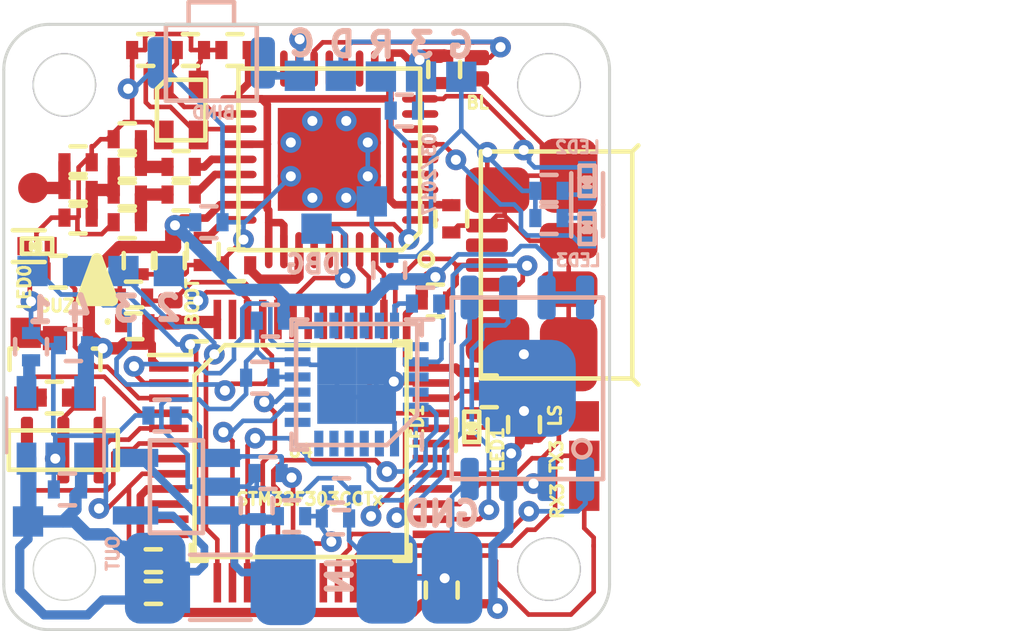
<source format=kicad_pcb>
(kicad_pcb (version 20171130) (host pcbnew "(5.1.12)-1")
  (layers (0 F.Cu signal) (31 B.Cu signal) (34 B.Paste user hide) (35 F.Paste user hide) (36 B.SilkS user hide) (37 F.SilkS user hide) (38 B.Mask user hide) (39 F.Mask user hide) (44 Edge.Cuts user))
  (net 0 "")
  (net 1 GND)
  (net 2 "Net-(ANT1-Pad1)")
  (net 3 "Net-(C1-Pad2)")
  (net 4 "Net-(C2-Pad1)")
  (net 5 "Net-(C4-Pad2)")
  (net 6 "Net-(C6-Pad1)")
  (net 7 "Net-(C7-Pad2)")
  (net 8 "Net-(C11-Pad2)")
  (net 9 "Net-(R3-Pad2)")
  (net 10 3V)
  (net 11 "Net-(JP0-Pad2)")
  (net 12 MPU_SPI_MOSI)
  (net 13 MPU_SPI_SCK)
  (net 14 MPU_EXTI)
  (net 15 MPU_SPI_MISO)
  (net 16 MPU_SPI_CS)
  (net 17 RX_HUB_TELEMETRY)
  (net 18 RX_SBUS)
  (net 19 "Net-(R9-Pad2)")
  (net 20 "Net-(U4-Pad32)")
  (net 21 FLASH_MOSI)
  (net 22 FLASH_MISO)
  (net 23 FLASH_SCK)
  (net 24 FLASH_CS)
  (net 25 /rx/ANT_N)
  (net 26 /rx/ANT_P)
  (net 27 "Net-(C14-Pad1)")
  (net 28 "Net-(C15-Pad2)")
  (net 29 VBAT)
  (net 30 /power/BAT+)
  (net 31 ADC_VBAT)
  (net 32 ADC_CURRENT)
  (net 33 /rx/ISP_CLOCK)
  (net 34 /rx/ISP_DATA)
  (net 35 /rx/~RESET)
  (net 36 LED_0)
  (net 37 LED_1)
  (net 38 ESC_1)
  (net 39 ESC_0)
  (net 40 ESC_2)
  (net 41 ESC_3)
  (net 42 "Net-(U4-Pad6)")
  (net 43 "Net-(U4-Pad5)")
  (net 44 WS2812)
  (net 45 UART3_RX)
  (net 46 UART3_TX)
  (net 47 BUZZER_IO)
  (net 48 BUZZER)
  (net 49 "Net-(C30-Pad1)")
  (net 50 "Net-(LED0-Pad2)")
  (net 51 "Net-(LED1-Pad2)")
  (net 52 RX_DEBUG)
  (net 53 "Net-(LED2-Pad1)")
  (net 54 "Net-(LED2-Pad2)")
  (net 55 "Net-(LED3-Pad1)")
  (net 56 "Net-(LED3-Pad2)")
  (module custom:mouting_hole (layer F.Cu) (at 252.628 126.086)
    (fp_text reference H3 hide)
    (fp_text value hole hide)
    (pad "" np_thru_hole circle (at -31.4454 14.3428) (size 2 2) (drill 2) (layers *.Cu *.Mask))
  )
  (module custom:DBV (layer B.Cu) (at 224.883 137.703 180)
    (fp_text reference U7 hide)
    (fp_text value INA139 hide)
    (pad 5 smd rect (at 1.35 0.95 180) (size 1.5 0.6) (layers B.Cu B.Paste B.Mask) (net 30 /power/BAT+) (clearance 0.07))
    (pad 4 smd rect (at 1.35 -0.95 180) (size 1.5 0.6) (layers B.Cu B.Paste B.Mask) (net 29 VBAT) (clearance 0.07))
    (pad 3 smd rect (at -1.35 -0.95 180) (size 1.5 0.6) (layers B.Cu B.Paste B.Mask) (net 30 /power/BAT+) (clearance 0.07))
    (pad 2 smd rect (at -1.35 0 180) (size 1.5 0.6) (layers B.Cu B.Paste B.Mask) (net 1 GND) (clearance 0.07))
    (pad 1 smd rect (at -1.35 0.95 180) (size 1.5 0.6) (layers B.Cu B.Paste B.Mask) (net 32 ADC_CURRENT) (clearance 0.07))
  )
  (module custom:SOLDERBRIDGE (layer F.Cu) (at 224.684 131.912 90)
    (fp_text reference JP0 hide)
    (fp_text value BOOT0 hide)
    (pad 1 smd roundrect (at -0.35 0 90) (size 0.5 0.8) (layers F.Cu F.Mask) (net 10 3V))
    (pad 2 smd roundrect (at 0.35 0 90) (size 0.5 0.8) (layers F.Cu F.Mask) (net 11 "Net-(JP0-Pad2)"))
  )
  (module custom:SOLDERBRIDGE (layer F.Cu) (at 234.803 123.878 270)
    (fp_text reference BL1 hide)
    (fp_text value BL hide)
    (pad 1 smd roundrect (at -0.35 0 270) (size 0.5 0.8) (layers F.Cu F.Mask) (net 34 /rx/ISP_DATA))
    (pad 2 smd roundrect (at 0.35 0 270) (size 0.5 0.8) (layers F.Cu F.Mask) (net 1 GND))
  )
  (module custom:CSTCE_G_A (layer F.Cu) (at 221.148 136.495 180)
    (fp_text reference X2 hide)
    (fp_text value 8MHz)
    (pad 1 smd roundrect (at -1.2 0 180) (size 0.4 2.2) (layers F.Cu F.Paste F.Mask) (net 43 "Net-(U4-Pad5)"))
    (pad 2 smd roundrect (at 0 0 180) (size 0.4 2.2) (layers F.Cu F.Paste F.Mask) (net 1 GND))
    (pad 3 smd roundrect (at 1.2 0 180) (size 0.4 2.2) (layers F.Cu F.Paste F.Mask) (net 42 "Net-(U4-Pad6)"))
  )
  (module TO_SOT_Packages_SMD:SOT-23-5 (layer B.Cu) (at 220.883 135.677 90)
    (fp_text reference U3 hide)
    (fp_text value LP2985AIM5-3.0/NOPB hide)
    (pad 1 smd rect (at -1.1 0.95 90) (size 1.06 0.65) (layers B.Cu B.Paste B.Mask) (net 29 VBAT))
    (pad 2 smd rect (at -1.1 0 90) (size 1.06 0.65) (layers B.Cu B.Paste B.Mask) (net 1 GND))
    (pad 3 smd rect (at -1.1 -0.95 90) (size 1.06 0.65) (layers B.Cu B.Paste B.Mask) (net 29 VBAT))
    (pad 4 smd rect (at 1.1 -0.95 90) (size 1.06 0.65) (layers B.Cu B.Paste B.Mask) (net 49 "Net-(C30-Pad1)"))
    (pad 5 smd rect (at 1.1 0.95 90) (size 1.06 0.65) (layers B.Cu B.Paste B.Mask) (net 10 3V))
  )
  (module custom:VFDFPN8 (layer B.Cu) (at 236.469 134.452 90)
    (fp_text reference U5 hide)
    (fp_text value M25P16-VME hide)
    (pad 1 smd roundrect (at -3 1.905 90) (size 1.45 0.6) (layers B.Cu B.Paste B.Mask) (net 24 FLASH_CS))
    (pad 2 smd roundrect (at -3 0.635 90) (size 1.45 0.6) (layers B.Cu B.Paste B.Mask) (net 22 FLASH_MISO))
    (pad 3 smd roundrect (at -3 -0.635 90) (size 1.45 0.6) (layers B.Cu B.Paste B.Mask) (net 10 3V))
    (pad 4 smd roundrect (at -3 -1.905 90) (size 1.4 0.6) (layers B.Cu B.Paste B.Mask) (net 1 GND))
    (pad 5 smd roundrect (at 3 -1.905 90) (size 1.45 0.6) (layers B.Cu B.Paste B.Mask) (net 21 FLASH_MOSI))
    (pad 6 smd roundrect (at 3 -0.635 90) (size 1.45 0.6) (layers B.Cu B.Paste B.Mask) (net 23 FLASH_SCK))
    (pad 7 smd roundrect (at 3 0.635 90) (size 1.45 0.6) (layers B.Cu B.Paste B.Mask) (net 10 3V))
    (pad 8 smd roundrect (at 3 1.905 90) (size 1.45 0.6) (layers B.Cu B.Paste B.Mask) (net 10 3V))
    (pad 4 smd roundrect (at 0 0 90) (size 3.2 3.2) (layers B.Cu B.Paste B.Mask) (net 1 GND))
  )
  (module custom:USB_MICRO_MOLEX (layer F.Cu) (at 235.133 130.378 180)
    (fp_text reference U6 hide)
    (fp_text value MICRO_USB_B hide)
    (pad 1 smd roundrect (at 0 -1.3 180) (size 1.38 0.45) (layers F.Cu F.Paste F.Mask))
    (pad 2 smd roundrect (at 0 -0.65 180) (size 1.38 0.45) (layers F.Cu F.Paste F.Mask) (net 20 "Net-(U4-Pad32)"))
    (pad 3 smd roundrect (at 0 0 180) (size 1.38 0.45) (layers F.Cu F.Paste F.Mask) (net 19 "Net-(R9-Pad2)"))
    (pad 4 smd roundrect (at 0 0.65 180) (size 1.38 0.45) (layers F.Cu F.Paste F.Mask))
    (pad 5 smd roundrect (at 0 1.3 180) (size 1.38 0.45) (layers F.Cu F.Paste F.Mask) (net 1 GND))
    (pad 5 smd roundrect (at -0.35 2.475 180) (size 2.1 1.5) (layers F.Cu F.Paste F.Mask) (net 1 GND))
    (pad 5 smd roundrect (at -0.35 -2.475 180) (size 2.1 1.5) (layers F.Cu F.Paste F.Mask) (net 1 GND))
    (pad 5 smd roundrect (at -2.7 -2.95 180) (size 1.9 2.45) (layers F.Cu F.Paste F.Mask) (net 1 GND))
    (pad 5 smd roundrect (at -2.7 2.95 180) (size 1.9 2.45) (layers F.Cu F.Paste F.Mask) (net 1 GND))
    (pad 5 smd roundrect (at -2.7 -0.8 180) (size 1.9 1.175) (layers F.Cu F.Paste F.Mask) (net 1 GND))
    (pad 5 smd roundrect (at -2.7 0.8 180) (size 1.9 1.175) (layers F.Cu F.Paste F.Mask) (net 1 GND))
  )
  (module custom:PAD_2x3 (layer B.Cu) (at 224.183 140.728)
    (fp_text reference VBAT1 hide)
    (fp_text value CONN_1 hide)
    (pad 1 smd roundrect (at 0 0) (size 2 3) (layers B.Cu B.Mask) (net 29 VBAT))
  )
  (module custom:PAD_2x3 (layer B.Cu) (at 233.983 140.728)
    (fp_text reference GND_IN1 hide)
    (fp_text value GND hide)
    (pad 1 smd roundrect (at 0 0) (size 2 3) (layers B.Cu B.Mask) (net 1 GND))
  )
  (module custom:PAD_2x3 (layer B.Cu) (at 231.833 140.728)
    (fp_text reference GND_OUT1 hide)
    (fp_text value GND hide)
    (pad 1 smd roundrect (at 0 0) (size 2 3) (layers B.Cu B.Mask) (net 1 GND))
  )
  (module custom:PAD_2x3 (layer B.Cu) (at 228.483 140.778)
    (fp_text reference VBAT_IN1 hide)
    (fp_text value CONN_1 hide)
    (pad 1 smd roundrect (at 0 0) (size 2 3) (layers B.Cu B.Mask) (net 30 /power/BAT+))
  )
  (module custom:TP_1x1 (layer B.Cu) (at 229.408 129.478)
    (fp_text reference DEBUG1 hide)
    (fp_text value TP hide)
    (pad 1 smd rect (at 0.1 -0.3) (size 1 1) (layers B.Cu B.Mask) (net 52 RX_DEBUG))
  )
  (module custom:TP_1x1 (layer B.Cu) (at 228.858 124.428)
    (fp_text reference ISP_CLOCK1 hide)
    (fp_text value TP hide)
    (pad 1 smd rect (at 0.1 -0.3) (size 1 1) (layers B.Cu B.Mask) (net 33 /rx/ISP_CLOCK))
  )
  (module custom:TP_1x1 (layer B.Cu) (at 230.208 124.428)
    (fp_text reference ISP_DATA1 hide)
    (fp_text value TP hide)
    (pad 1 smd rect (at 0.1 -0.3) (size 1 1) (layers B.Cu B.Mask) (net 34 /rx/ISP_DATA))
  )
  (module custom:TP_1x1 (layer B.Cu) (at 231.533 124.453)
    (fp_text reference ~RESET1 hide)
    (fp_text value TP hide)
    (pad 1 smd rect (at 0.1 -0.3) (size 1 1) (layers B.Cu B.Mask) (net 35 /rx/~RESET))
  )
  (module custom:TP_1x1 (layer F.Cu) (at 238.233 135.078)
    (fp_text reference TP_1 hide)
    (fp_text value WS2812 hide)
    (pad 1 smd rect (at 0.1 0.3) (size 1 1) (layers F.Cu F.Mask) (net 44 WS2812))
  )
  (module custom:TP_1x1 (layer F.Cu) (at 238.247 136.383)
    (fp_text reference TP_2 hide)
    (fp_text value UART3_RX hide)
    (pad 1 smd rect (at 0.1 0.3) (size 1 1) (layers F.Cu F.Mask) (net 46 UART3_TX))
  )
  (module custom:TP_1x1 (layer F.Cu) (at 238.247 137.704)
    (fp_text reference TP_3 hide)
    (fp_text value UART3_RX1 hide)
    (pad 1 smd rect (at 0.1 0.3) (size 1 1) (layers F.Cu F.Mask) (net 45 UART3_RX))
  )
  (module custom:TP_1x1 (layer F.Cu) (at 219.807 132.319)
    (fp_text reference TP_4 hide)
    (fp_text value BUZZER_GND hide)
    (pad 1 smd rect (at 0.1 0.3) (size 1 1) (layers F.Cu F.Mask) (net 48 BUZZER))
  )
  (module custom:TP_1x1 (layer B.Cu) (at 220.033 130.878)
    (fp_text reference TP_ESC_0 hide)
    (fp_text value ESC_0 hide)
    (pad 1 smd rect (at 0.1 -0.3) (size 1 1) (layers B.Cu B.Mask) (net 39 ESC_0))
  )
  (module custom:TP_1x1 (layer B.Cu) (at 224.533 130.878)
    (fp_text reference TP_ESC_1 hide)
    (fp_text value ESC_1 hide)
    (pad 1 smd rect (at 0.1 -0.3) (size 1 1) (layers B.Cu B.Mask) (net 38 ESC_1))
  )
  (module custom:TP_1x1 (layer B.Cu) (at 221.533 130.878)
    (fp_text reference TP_ESC_3 hide)
    (fp_text value ESC_3 hide)
    (pad 1 smd rect (at 0.1 -0.3) (size 1 1) (layers B.Cu B.Mask) (net 41 ESC_3))
  )
  (module custom:TP_1x1 (layer B.Cu) (at 219.883 139.153)
    (fp_text reference TP_5 hide)
    (fp_text value BUZZER_VCC hide)
    (pad 1 smd rect (at 0.1 -0.3) (size 1 1) (layers B.Cu B.Mask) (net 29 VBAT))
  )
  (module custom:TP_1x1 (layer B.Cu) (at 234.188 124.46)
    (fp_text reference ISP_GND1 hide)
    (fp_text value TP hide)
    (pad 1 smd rect (at 0.1 -0.3) (size 1 1) (layers B.Cu B.Mask) (net 1 GND))
  )
  (module custom:TP_1x1 (layer B.Cu) (at 232.858 124.453)
    (fp_text reference ISP_3V1 hide)
    (fp_text value TP hide)
    (pad 1 smd rect (at 0.1 -0.3) (size 1 1) (layers B.Cu B.Mask) (net 10 3V))
  )
  (module custom:TP_1x1 (layer B.Cu) (at 223.033 130.878)
    (fp_text reference TP_ESC_2 hide)
    (fp_text value ESC_2 hide)
    (pad 1 smd rect (at 0.1 -0.3) (size 1 1) (layers B.Cu B.Mask) (net 40 ESC_2))
  )
  (module custom:QFN-24 (layer B.Cu) (at 230.833 134.328 90)
    (fp_text reference U2 hide)
    (fp_text value MPU-6000)
    (pad 1 smd rect (at -1.95 1.25 90) (size 0.85 0.3) (layers B.Cu B.Paste B.Mask) (net 1 GND))
    (pad 2 smd rect (at -1.95 0.75 90) (size 0.85 0.3) (layers B.Cu B.Paste B.Mask))
    (pad 3 smd rect (at -1.95 0.25 90) (size 0.85 0.3) (layers B.Cu B.Paste B.Mask))
    (pad 4 smd rect (at -1.95 -0.25 90) (size 0.85 0.3) (layers B.Cu B.Paste B.Mask))
    (pad 5 smd rect (at -1.95 -0.75 90) (size 0.85 0.3) (layers B.Cu B.Paste B.Mask))
    (pad 6 smd rect (at -1.95 -1.25 90) (size 0.85 0.3) (layers B.Cu B.Paste B.Mask))
    (pad 7 smd rect (at -1.25 -1.95) (size 0.85 0.3) (layers B.Cu B.Paste B.Mask))
    (pad 8 smd rect (at -0.75 -1.95) (size 0.85 0.3) (layers B.Cu B.Paste B.Mask) (net 16 MPU_SPI_CS))
    (pad 9 smd rect (at -0.25 -1.95) (size 0.85 0.3) (layers B.Cu B.Paste B.Mask) (net 15 MPU_SPI_MISO))
    (pad 10 smd rect (at 0.25 -1.95) (size 0.85 0.3) (layers B.Cu B.Paste B.Mask) (net 27 "Net-(C14-Pad1)"))
    (pad 11 smd rect (at 0.75 -1.95) (size 0.85 0.3) (layers B.Cu B.Paste B.Mask) (net 1 GND))
    (pad 12 smd rect (at 1.25 -1.95) (size 0.85 0.3) (layers B.Cu B.Paste B.Mask) (net 14 MPU_EXTI))
    (pad 13 smd rect (at 1.95 -1.25 90) (size 0.85 0.3) (layers B.Cu B.Paste B.Mask) (net 10 3V))
    (pad 14 smd rect (at 1.95 -0.75 90) (size 0.85 0.3) (layers B.Cu B.Paste B.Mask))
    (pad 15 smd rect (at 1.95 -0.25 90) (size 0.85 0.3) (layers B.Cu B.Paste B.Mask))
    (pad 16 smd rect (at 1.95 0.25 90) (size 0.85 0.3) (layers B.Cu B.Paste B.Mask))
    (pad 17 smd rect (at 1.95 0.75 90) (size 0.85 0.3) (layers B.Cu B.Paste B.Mask))
    (pad 18 smd rect (at 1.95 1.25 90) (size 0.85 0.3) (layers B.Cu B.Paste B.Mask) (net 1 GND))
    (pad 19 smd rect (at 1.25 1.95) (size 0.85 0.3) (layers B.Cu B.Paste B.Mask))
    (pad 20 smd rect (at 0.75 1.95) (size 0.85 0.3) (layers B.Cu B.Paste B.Mask) (net 28 "Net-(C15-Pad2)"))
    (pad 21 smd rect (at 0.25 1.95) (size 0.85 0.3) (layers B.Cu B.Paste B.Mask))
    (pad 22 smd rect (at -0.25 1.95) (size 0.85 0.3) (layers B.Cu B.Paste B.Mask))
    (pad 23 smd rect (at -0.75 1.95) (size 0.85 0.3) (layers B.Cu B.Paste B.Mask) (net 13 MPU_SPI_SCK))
    (pad 24 smd rect (at -1.25 1.95) (size 0.85 0.3) (layers B.Cu B.Paste B.Mask) (net 12 MPU_SPI_MOSI))
    (pad 1 smd rect (at 0.65 -0.65 90) (size 1.3 1.3) (layers B.Cu B.Paste B.Mask) (net 1 GND))
    (pad 1 smd rect (at 0.65 0.65 90) (size 1.3 1.3) (layers B.Cu B.Paste B.Mask) (net 1 GND))
    (pad 1 smd rect (at -0.65 -0.65 90) (size 1.3 1.3) (layers B.Cu B.Paste B.Mask) (net 1 GND))
    (pad 1 smd rect (at -0.65 0.65 90) (size 1.3 1.3) (layers B.Cu B.Paste B.Mask) (net 1 GND))
  )
  (module LEDs:LED_0402 (layer B.Cu) (at 238.442 127.597 90)
    (fp_text reference LED2 (at 1.1049 -0.3175 180) (layer B.SilkS) (effects (font (size 0.4 0.4) (thickness 0.1)) (justify mirror)))
    (fp_text value GREEN)
    (pad 2 smd rect (at 0.45 0 90) (size 0.4 0.6) (layers B.Cu B.Paste B.Mask) (net 54 "Net-(LED2-Pad2)"))
    (pad 1 smd rect (at -0.45 0 90) (size 0.4 0.6) (layers B.Cu B.Paste B.Mask) (net 53 "Net-(LED2-Pad1)"))
  )
  (module LEDs:LED_0402 (layer B.Cu) (at 238.442 129.184 270)
    (fp_text reference LED3 (at 1.0414 0.2921) (layer B.SilkS) (effects (font (size 0.4 0.4) (thickness 0.1)) (justify mirror)))
    (fp_text value RED)
    (pad 2 smd rect (at 0.45 0 270) (size 0.4 0.6) (layers B.Cu B.Paste B.Mask) (net 56 "Net-(LED3-Pad2)"))
    (pad 1 smd rect (at -0.45 0 270) (size 0.4 0.6) (layers B.Cu B.Paste B.Mask) (net 55 "Net-(LED3-Pad1)"))
  )
  (module custom:smd_1x1_round (layer F.Cu) (at 220.158 127.833)
    (fp_text reference ANT1)
    (fp_text value TP hide)
    (pad 1 smd oval (at 0 0) (size 1 1) (layers F.Cu F.Paste F.Mask) (net 2 "Net-(ANT1-Pad1)"))
  )
  (module Housings_QFP:LQFP-48_7x7mm_Pitch0.5mm (layer F.Cu) (at 228.983 136.528)
    (fp_text reference U4 hide)
    (fp_text value STM32F303CCTx (at 0.3028 1.5841) (layer F.SilkS) (effects (font (size 0.4 0.4) (thickness 0.125))))
    (fp_text user %R (at 0 0) (layer F.SilkS) (effects (font (size 0.4 0.4) (thickness 0.125))))
    (pad 48 smd rect (at -2.75 -4.35 90) (size 1.3 0.25) (layers F.Cu F.Paste F.Mask) (net 10 3V))
    (pad 47 smd rect (at -2.25 -4.35 90) (size 1.3 0.25) (layers F.Cu F.Paste F.Mask))
    (pad 46 smd rect (at -1.75 -4.35 90) (size 1.3 0.25) (layers F.Cu F.Paste F.Mask) (net 38 ESC_1))
    (pad 45 smd rect (at -1.25 -4.35 90) (size 1.3 0.25) (layers F.Cu F.Paste F.Mask) (net 39 ESC_0))
    (pad 44 smd rect (at -0.75 -4.35 90) (size 1.3 0.25) (layers F.Cu F.Paste F.Mask) (net 11 "Net-(JP0-Pad2)"))
    (pad 43 smd rect (at -0.25 -4.35 90) (size 1.3 0.25) (layers F.Cu F.Paste F.Mask) (net 52 RX_DEBUG))
    (pad 42 smd rect (at 0.25 -4.35 90) (size 1.3 0.25) (layers F.Cu F.Paste F.Mask))
    (pad 41 smd rect (at 0.75 -4.35 90) (size 1.3 0.25) (layers F.Cu F.Paste F.Mask))
    (pad 40 smd rect (at 1.25 -4.35 90) (size 1.3 0.25) (layers F.Cu F.Paste F.Mask))
    (pad 39 smd rect (at 1.75 -4.35 90) (size 1.3 0.25) (layers F.Cu F.Paste F.Mask))
    (pad 38 smd rect (at 2.25 -4.35 90) (size 1.3 0.25) (layers F.Cu F.Paste F.Mask) (net 18 RX_SBUS))
    (pad 37 smd rect (at 2.75 -4.35 90) (size 1.3 0.25) (layers F.Cu F.Paste F.Mask) (net 17 RX_HUB_TELEMETRY))
    (pad 36 smd rect (at 4.35 -2.75) (size 1.3 0.25) (layers F.Cu F.Paste F.Mask) (net 10 3V))
    (pad 35 smd rect (at 4.35 -2.25) (size 1.3 0.25) (layers F.Cu F.Paste F.Mask) (net 1 GND))
    (pad 34 smd rect (at 4.35 -1.75) (size 1.3 0.25) (layers F.Cu F.Paste F.Mask) (net 37 LED_1))
    (pad 33 smd rect (at 4.35 -1.25) (size 1.3 0.25) (layers F.Cu F.Paste F.Mask) (net 19 "Net-(R9-Pad2)"))
    (pad 32 smd rect (at 4.35 -0.75) (size 1.3 0.25) (layers F.Cu F.Paste F.Mask) (net 20 "Net-(U4-Pad32)"))
    (pad 31 smd rect (at 4.35 -0.25) (size 1.3 0.25) (layers F.Cu F.Paste F.Mask))
    (pad 30 smd rect (at 4.35 0.25) (size 1.3 0.25) (layers F.Cu F.Paste F.Mask))
    (pad 29 smd rect (at 4.35 0.75) (size 1.3 0.25) (layers F.Cu F.Paste F.Mask) (net 44 WS2812))
    (pad 28 smd rect (at 4.35 1.25) (size 1.3 0.25) (layers F.Cu F.Paste F.Mask) (net 21 FLASH_MOSI))
    (pad 27 smd rect (at 4.35 1.75) (size 1.3 0.25) (layers F.Cu F.Paste F.Mask) (net 22 FLASH_MISO))
    (pad 26 smd rect (at 4.35 2.25) (size 1.3 0.25) (layers F.Cu F.Paste F.Mask) (net 23 FLASH_SCK))
    (pad 25 smd rect (at 4.35 2.75) (size 1.3 0.25) (layers F.Cu F.Paste F.Mask) (net 24 FLASH_CS))
    (pad 24 smd rect (at 2.75 4.35 90) (size 1.3 0.25) (layers F.Cu F.Paste F.Mask) (net 10 3V))
    (pad 23 smd rect (at 2.25 4.35 90) (size 1.3 0.25) (layers F.Cu F.Paste F.Mask) (net 1 GND))
    (pad 22 smd rect (at 1.75 4.35 90) (size 1.3 0.25) (layers F.Cu F.Paste F.Mask) (net 45 UART3_RX))
    (pad 21 smd rect (at 1.25 4.35 90) (size 1.3 0.25) (layers F.Cu F.Paste F.Mask) (net 46 UART3_TX))
    (pad 20 smd rect (at 0.75 4.35 90) (size 1.3 0.25) (layers F.Cu F.Paste F.Mask))
    (pad 19 smd rect (at 0.25 4.35 90) (size 1.3 0.25) (layers F.Cu F.Paste F.Mask) (net 31 ADC_VBAT))
    (pad 18 smd rect (at -0.25 4.35 90) (size 1.3 0.25) (layers F.Cu F.Paste F.Mask) (net 32 ADC_CURRENT))
    (pad 17 smd rect (at -0.75 4.35 90) (size 1.3 0.25) (layers F.Cu F.Paste F.Mask) (net 12 MPU_SPI_MOSI))
    (pad 16 smd rect (at -1.25 4.35 90) (size 1.3 0.25) (layers F.Cu F.Paste F.Mask) (net 15 MPU_SPI_MISO))
    (pad 15 smd rect (at -1.75 4.35 90) (size 1.3 0.25) (layers F.Cu F.Paste F.Mask) (net 13 MPU_SPI_SCK))
    (pad 14 smd rect (at -2.25 4.35 90) (size 1.3 0.25) (layers F.Cu F.Paste F.Mask) (net 16 MPU_SPI_CS))
    (pad 13 smd rect (at -2.75 4.35 90) (size 1.3 0.25) (layers F.Cu F.Paste F.Mask) (net 40 ESC_2))
    (pad 12 smd rect (at -4.35 2.75) (size 1.3 0.25) (layers F.Cu F.Paste F.Mask) (net 41 ESC_3))
    (pad 11 smd rect (at -4.35 2.25) (size 1.3 0.25) (layers F.Cu F.Paste F.Mask))
    (pad 10 smd rect (at -4.35 1.75) (size 1.3 0.25) (layers F.Cu F.Paste F.Mask))
    (pad 9 smd rect (at -4.35 1.25) (size 1.3 0.25) (layers F.Cu F.Paste F.Mask) (net 10 3V))
    (pad 8 smd rect (at -4.35 0.75) (size 1.3 0.25) (layers F.Cu F.Paste F.Mask) (net 1 GND))
    (pad 7 smd rect (at -4.35 0.25) (size 1.3 0.25) (layers F.Cu F.Paste F.Mask))
    (pad 6 smd rect (at -4.35 -0.25) (size 1.3 0.25) (layers F.Cu F.Paste F.Mask) (net 42 "Net-(U4-Pad6)"))
    (pad 5 smd rect (at -4.35 -0.75) (size 1.3 0.25) (layers F.Cu F.Paste F.Mask) (net 43 "Net-(U4-Pad5)"))
    (pad 4 smd rect (at -4.35 -1.25) (size 1.3 0.25) (layers F.Cu F.Paste F.Mask) (net 47 BUZZER_IO))
    (pad 3 smd rect (at -4.35 -1.75) (size 1.3 0.25) (layers F.Cu F.Paste F.Mask) (net 36 LED_0))
    (pad 2 smd rect (at -4.35 -2.25) (size 1.3 0.25) (layers F.Cu F.Paste F.Mask) (net 14 MPU_EXTI))
    (pad 1 smd rect (at -4.35 -2.75) (size 1.3 0.25) (layers F.Cu F.Paste F.Mask) (net 10 3V))
  )
  (module LEDs:LED_0402 (layer F.Cu) (at 220.282 129.756)
    (fp_text reference LED0 (at -0.4191 1.3589 270) (layer F.SilkS) (effects (font (size 0.4 0.4) (thickness 0.125))))
    (fp_text value BLUE)
    (pad 2 smd rect (at 0.45 0) (size 0.4 0.6) (layers F.Cu F.Paste F.Mask) (net 50 "Net-(LED0-Pad2)"))
    (pad 1 smd rect (at -0.45 0) (size 0.4 0.6) (layers F.Cu F.Paste F.Mask) (net 1 GND))
  )
  (module LEDs:LED_0402 (layer F.Cu) (at 234.632 135.725 90)
    (fp_text reference LED1 (at 0 -1.8 90) (layer F.SilkS) (effects (font (size 0.4 0.4) (thickness 0.125))))
    (fp_text value RED)
    (pad 2 smd rect (at 0.45 0 90) (size 0.4 0.6) (layers F.Cu F.Paste F.Mask) (net 51 "Net-(LED1-Pad2)"))
    (pad 1 smd rect (at -0.45 0 90) (size 0.4 0.6) (layers F.Cu F.Paste F.Mask) (net 1 GND))
  )
  (module Resistors_SMD:R_1206 (layer B.Cu) (at 226.333 141.028 180)
    (fp_text reference R12 hide)
    (fp_text value 0R005)
    (pad 2 smd rect (at 1.45 0 180) (size 0.9 1.7) (layers B.Cu B.Paste B.Mask) (net 29 VBAT))
    (pad 1 smd rect (at -1.45 0 180) (size 0.9 1.7) (layers B.Cu B.Paste B.Mask) (net 30 /power/BAT+))
  )
  (module custom:SI2302DS_SOT-23 (layer F.Cu) (at 220.874 133.792)
    (fp_text reference Q1 hide)
    (fp_text value SI2302DS)
    (pad D smd rect (at 0 -0.99822) (size 0.8001 0.8001) (layers F.Cu F.Paste F.Mask) (net 48 BUZZER))
    (pad S smd rect (at 0.95 1.00076) (size 0.8001 0.8001) (layers F.Cu F.Paste F.Mask) (net 1 GND))
    (pad G smd rect (at -0.95 1.00076) (size 0.8001 0.8001) (layers F.Cu F.Paste F.Mask) (net 47 BUZZER_IO))
  )
  (module custom:crystal_2016 (layer F.Cu) (at 225.039 125.258 270)
    (fp_text reference X1 hide)
    (fp_text value 26MHz hide)
    (pad 1 smd rect (at -0.825 0.575 270) (size 0.95 0.65) (layers F.Cu F.Paste F.Mask) (net 4 "Net-(C2-Pad1)"))
    (pad 2 smd rect (at 0.825 0.575 270) (size 0.95 0.65) (layers F.Cu F.Paste F.Mask) (net 1 GND))
    (pad 3 smd rect (at 0.825 -0.575 270) (size 0.95 0.65) (layers F.Cu F.Paste F.Mask) (net 6 "Net-(C6-Pad1)"))
    (pad 4 smd rect (at -0.825 -0.575 270) (size 0.95 0.65) (layers F.Cu F.Paste F.Mask) (net 1 GND))
  )
  (module custom:TP_1x1 (layer B.Cu) (at 231.233 128.578)
    (fp_text reference GND_MOUNT_2 hide)
    (fp_text value GND hide)
    (pad 1 smd rect (at 0.1 -0.3) (size 1 1) (layers B.Cu B.Mask) (net 1 GND))
  )
  (module custom:QFN36_CC2510 (layer F.Cu) (at 229.93 126.889 180)
    (fp_text reference U1 hide)
    (fp_text value CC2510)
    (pad 28 smd roundrect (at 2 -3 270) (size 1.2 0.25) (layers F.Cu F.Paste F.Mask) (roundrect_rratio 0.5) (net 10 3V))
    (pad 29 smd roundrect (at 1.5 -3 270) (size 1.2 0.25) (layers F.Cu F.Paste F.Mask) (roundrect_rratio 0.5) (net 10 3V))
    (pad 30 smd roundrect (at 1 -3 270) (size 1.2 0.25) (layers F.Cu F.Paste F.Mask) (roundrect_rratio 0.5) (net 3 "Net-(C1-Pad2)"))
    (pad 31 smd roundrect (at 0.5 -3 270) (size 1.2 0.25) (layers F.Cu F.Paste F.Mask) (roundrect_rratio 0.5) (net 35 /rx/~RESET))
    (pad 32 smd roundrect (at 0 -3 270) (size 1.2 0.25) (layers F.Cu F.Paste F.Mask) (roundrect_rratio 0.5))
    (pad 33 smd roundrect (at -0.5 -3 270) (size 1.2 0.25) (layers F.Cu F.Paste F.Mask) (roundrect_rratio 0.5) (net 52 RX_DEBUG))
    (pad 34 smd roundrect (at -1 -3 270) (size 1.2 0.25) (layers F.Cu F.Paste F.Mask) (roundrect_rratio 0.5) (net 18 RX_SBUS))
    (pad 35 smd roundrect (at -1.5 -3 270) (size 1.2 0.25) (layers F.Cu F.Paste F.Mask) (roundrect_rratio 0.5) (net 17 RX_HUB_TELEMETRY))
    (pad 36 smd roundrect (at -2 -3 270) (size 1.2 0.25) (layers F.Cu F.Paste F.Mask) (roundrect_rratio 0.5))
    (pad 19 smd roundrect (at 3 2 180) (size 1.2 0.25) (layers F.Cu F.Paste F.Mask) (roundrect_rratio 0.5) (net 10 3V))
    (pad 26 smd roundrect (at 3 -1.5 180) (size 1.2 0.25) (layers F.Cu F.Paste F.Mask) (roundrect_rratio 0.5) (net 10 3V))
    (pad 20 smd roundrect (at 3 1.5 180) (size 1.2 0.25) (layers F.Cu F.Paste F.Mask) (roundrect_rratio 0.5) (net 4 "Net-(C2-Pad1)"))
    (pad 21 smd roundrect (at 3 1 180) (size 1.2 0.25) (layers F.Cu F.Paste F.Mask) (roundrect_rratio 0.5) (net 6 "Net-(C6-Pad1)"))
    (pad 22 smd roundrect (at 3 0.5 180) (size 1.2 0.25) (layers F.Cu F.Paste F.Mask) (roundrect_rratio 0.5) (net 10 3V))
    (pad 23 smd roundrect (at 3 0 180) (size 1.2 0.25) (layers F.Cu F.Paste F.Mask) (roundrect_rratio 0.5) (net 26 /rx/ANT_P))
    (pad 24 smd roundrect (at 3 -0.5 180) (size 1.2 0.25) (layers F.Cu F.Paste F.Mask) (roundrect_rratio 0.5) (net 25 /rx/ANT_N))
    (pad 25 smd roundrect (at 3 -1 180) (size 1.2 0.25) (layers F.Cu F.Paste F.Mask) (roundrect_rratio 0.5) (net 10 3V))
    (pad 27 smd roundrect (at 3 -2 180) (size 1.2 0.25) (layers F.Cu F.Paste F.Mask) (roundrect_rratio 0.5) (net 9 "Net-(R3-Pad2)"))
    (pad 1 smd roundrect (at -3 -2 180) (size 1.2 0.25) (layers F.Cu F.Paste F.Mask) (roundrect_rratio 0.5))
    (pad 3 smd roundrect (at -3 -1 180) (size 1.2 0.25) (layers F.Cu F.Paste F.Mask) (roundrect_rratio 0.5))
    (pad 4 smd roundrect (at -3 -0.5 180) (size 1.2 0.25) (layers F.Cu F.Paste F.Mask) (roundrect_rratio 0.5))
    (pad 5 smd roundrect (at -3 0 180) (size 1.2 0.25) (layers F.Cu F.Paste F.Mask) (roundrect_rratio 0.5))
    (pad 6 smd roundrect (at -3 0.5 180) (size 1.2 0.25) (layers F.Cu F.Paste F.Mask) (roundrect_rratio 0.5) (net 56 "Net-(LED3-Pad2)"))
    (pad 7 smd roundrect (at -3 1 180) (size 1.2 0.25) (layers F.Cu F.Paste F.Mask) (roundrect_rratio 0.5))
    (pad 8 smd roundrect (at -3 1.5 180) (size 1.2 0.25) (layers F.Cu F.Paste F.Mask) (roundrect_rratio 0.5))
    (pad 2 smd roundrect (at -3 -1.5 180) (size 1.2 0.25) (layers F.Cu F.Paste F.Mask) (roundrect_rratio 0.5) (net 10 3V))
    (pad 10 smd roundrect (at -2 3 270) (size 1.2 0.25) (layers F.Cu F.Paste F.Mask) (roundrect_rratio 0.5) (net 10 3V))
    (pad 11 smd roundrect (at -1.5 3 270) (size 1.2 0.25) (layers F.Cu F.Paste F.Mask) (roundrect_rratio 0.5))
    (pad 12 smd roundrect (at -1 3 270) (size 1.2 0.25) (layers F.Cu F.Paste F.Mask) (roundrect_rratio 0.5))
    (pad 13 smd roundrect (at -0.5 3 270) (size 1.2 0.25) (layers F.Cu F.Paste F.Mask) (roundrect_rratio 0.5))
    (pad 14 smd roundrect (at 0 3 270) (size 1.2 0.25) (layers F.Cu F.Paste F.Mask) (roundrect_rratio 0.5))
    (pad 15 smd roundrect (at 0.5 3 270) (size 1.2 0.25) (layers F.Cu F.Paste F.Mask) (roundrect_rratio 0.5) (net 34 /rx/ISP_DATA))
    (pad 16 smd roundrect (at 1 3 270) (size 1.2 0.25) (layers F.Cu F.Paste F.Mask) (roundrect_rratio 0.5) (net 33 /rx/ISP_CLOCK))
    (pad 17 smd roundrect (at 1.5 3 270) (size 1.2 0.25) (layers F.Cu F.Paste F.Mask) (roundrect_rratio 0.5))
    (pad 18 smd roundrect (at 2 3 270) (size 1.2 0.25) (layers F.Cu F.Paste F.Mask) (roundrect_rratio 0.5))
    (pad 9 smd roundrect (at -3 2 180) (size 1.2 0.25) (layers F.Cu F.Paste F.Mask) (roundrect_rratio 0.5) (net 54 "Net-(LED2-Pad2)"))
    (pad GND smd rect (at 0 0 270) (size 1.2 1.2) (layers F.Cu F.Paste F.Mask) (net 1 GND))
    (pad GND smd rect (at 1.1 0 270) (size 1.2 1.2) (layers F.Cu F.Paste F.Mask) (net 1 GND))
    (pad GND smd rect (at -1.1 0 270) (size 1.2 1.2) (layers F.Cu F.Paste F.Mask) (net 1 GND))
    (pad GND smd rect (at -1.1 -1.1 270) (size 1.2 1.2) (layers F.Cu F.Paste F.Mask) (net 1 GND))
    (pad GND smd rect (at 0 -1.1 270) (size 1.2 1.2) (layers F.Cu F.Paste F.Mask) (net 1 GND))
    (pad GND smd rect (at 1.1 -1.1 270) (size 1.2 1.2) (layers F.Cu F.Paste F.Mask) (net 1 GND))
    (pad GND smd rect (at -1.1 1.1 270) (size 1.2 1.2) (layers F.Cu F.Paste F.Mask) (net 1 GND))
    (pad GND smd rect (at 0 1.1 270) (size 1.2 1.2) (layers F.Cu F.Paste F.Mask) (net 1 GND))
    (pad GND smd rect (at 1.1 1.1 270) (size 1.2 1.2) (layers F.Cu F.Paste F.Mask) (net 1 GND))
    (pad GND thru_hole circle (at -0.5588 -1.27 180) (size 0.6858 0.6858) (drill 0.3302) (layers *.Cu F.Mask) (net 1 GND))
    (pad GND thru_hole circle (at -1.27 -0.5588 180) (size 0.6858 0.6858) (drill 0.3302) (layers *.Cu F.Mask) (net 1 GND))
    (pad GND thru_hole circle (at 0.5588 -1.27 180) (size 0.6858 0.6858) (drill 0.3302) (layers *.Cu F.Mask) (net 1 GND))
    (pad GND thru_hole circle (at 1.27 -0.5588 180) (size 0.6858 0.6858) (drill 0.3302) (layers *.Cu F.Mask) (net 1 GND))
    (pad GND thru_hole circle (at -1.27 0.5588 180) (size 0.6858 0.6858) (drill 0.3302) (layers *.Cu F.Mask) (net 1 GND))
    (pad GND thru_hole circle (at 1.27 0.5588 180) (size 0.6858 0.6858) (drill 0.3302) (layers *.Cu F.Mask) (net 1 GND))
    (pad GND thru_hole circle (at -0.5588 1.27 180) (size 0.6858 0.6858) (drill 0.3302) (layers *.Cu F.Mask) (net 1 GND))
    (pad GND thru_hole circle (at 0.5588 1.27 180) (size 0.6858 0.6858) (drill 0.3302) (layers *.Cu F.Mask) (net 1 GND))
  )
  (module custom:mouting_hole (layer F.Cu) (at 246.482 125.806)
    (fp_text reference H1 hide)
    (fp_text value hole hide)
    (pad "" np_thru_hole circle (at -9.2986 -1.3778) (size 2.1 2.1) (drill 2) (layers *.Cu *.Mask))
  )
  (module custom:mouting_hole (layer F.Cu) (at 247.879 131.115)
    (fp_text reference H2 hide)
    (fp_text value hole hide)
    (pad "" np_thru_hole circle (at -10.6956 9.3136) (size 2.1 2.1) (drill 2) (layers *.Cu *.Mask))
  )
  (module custom:mouting_hole (layer F.Cu) (at 250.114 123.292)
    (fp_text reference H4 hide)
    (fp_text value hole hide)
    (pad "" np_thru_hole circle (at -28.9308 1.1368) (size 2.1 2.1) (drill 2) (layers *.Cu *.Mask))
  )
  (module custom:OMRON_B3U-3000P (layer B.Cu) (at 226.035 123.698 180)
    (fp_text reference BIND1 hide)
    (fp_text value CUSTOM_PUSHBUTTON hide)
    (pad 2 smd roundrect (at 1.7 0 180) (size 0.8 1.7) (layers B.Cu B.Paste B.Mask) (net 1 GND))
    (pad 1 smd roundrect (at -1.7 0 180) (size 0.8 1.7) (layers B.Cu B.Paste B.Mask) (net 33 /rx/ISP_CLOCK))
  )
  (module custom:C_0402_CUSTOM (layer F.Cu) (at 226.868 130.388)
    (fp_text reference C1 hide)
    (fp_text value 1u)
    (pad 1 smd rect (at -0.45 0) (size 0.4 0.6) (layers F.Cu F.Paste F.Mask) (net 1 GND))
    (pad 2 smd rect (at 0.45 0) (size 0.4 0.6) (layers F.Cu F.Paste F.Mask) (net 3 "Net-(C1-Pad2)"))
  )
  (module custom:C_0402_CUSTOM (layer F.Cu) (at 225.344 123.276)
    (fp_text reference C2 hide)
    (fp_text value 12p)
    (pad 1 smd rect (at -0.45 0) (size 0.4 0.6) (layers F.Cu F.Paste F.Mask) (net 4 "Net-(C2-Pad1)"))
    (pad 2 smd rect (at 0.45 0) (size 0.4 0.6) (layers F.Cu F.Paste F.Mask) (net 1 GND))
  )
  (module custom:C_0402_CUSTOM (layer F.Cu) (at 233.958 128.853 270)
    (fp_text reference C3 hide)
    (fp_text value 100n)
    (pad 2 smd rect (at 0.45 0 270) (size 0.4 0.6) (layers F.Cu F.Paste F.Mask) (net 1 GND))
    (pad 1 smd rect (at -0.45 0 270) (size 0.4 0.6) (layers F.Cu F.Paste F.Mask) (net 10 3V))
  )
  (module custom:C_0402_CUSTOM (layer F.Cu) (at 225.039 128.052 180)
    (fp_text reference C4 hide)
    (fp_text value 100p)
    (pad 1 smd rect (at -0.45 0 180) (size 0.4 0.6) (layers F.Cu F.Paste F.Mask) (net 25 /rx/ANT_N))
    (pad 2 smd rect (at 0.45 0 180) (size 0.4 0.6) (layers F.Cu F.Paste F.Mask) (net 5 "Net-(C4-Pad2)"))
  )
  (module custom:C_0402_CUSTOM (layer F.Cu) (at 224.633 130.236 270)
    (fp_text reference C5 hide)
    (fp_text value 220p)
    (pad 2 smd rect (at 0.45 0 270) (size 0.4 0.6) (layers F.Cu F.Paste F.Mask) (net 1 GND))
    (pad 1 smd rect (at -0.45 0 270) (size 0.4 0.6) (layers F.Cu F.Paste F.Mask) (net 10 3V))
  )
  (module custom:C_0402_CUSTOM (layer F.Cu) (at 223.871 123.276 180)
    (fp_text reference C6 hide)
    (fp_text value 12p)
    (pad 2 smd rect (at 0.45 0 180) (size 0.4 0.6) (layers F.Cu F.Paste F.Mask) (net 1 GND))
    (pad 1 smd rect (at -0.45 0 180) (size 0.4 0.6) (layers F.Cu F.Paste F.Mask) (net 6 "Net-(C6-Pad1)"))
  )
  (module custom:C_0402_CUSTOM (layer F.Cu) (at 225.039 127.137 180)
    (fp_text reference C7 hide)
    (fp_text value 100p)
    (pad 1 smd rect (at -0.45 0 180) (size 0.4 0.6) (layers F.Cu F.Paste F.Mask) (net 26 /rx/ANT_P))
    (pad 2 smd rect (at 0.45 0 180) (size 0.4 0.6) (layers F.Cu F.Paste F.Mask) (net 7 "Net-(C7-Pad2)"))
  )
  (module custom:C_0402_CUSTOM (layer F.Cu) (at 223.261 126.223)
    (fp_text reference C8 hide)
    (fp_text value 1p)
    (pad 2 smd rect (at 0.45 0) (size 0.4 0.6) (layers F.Cu F.Paste F.Mask) (net 7 "Net-(C7-Pad2)"))
    (pad 1 smd rect (at -0.45 0) (size 0.4 0.6) (layers F.Cu F.Paste F.Mask) (net 1 GND))
  )
  (module custom:C_0402_CUSTOM (layer F.Cu) (at 223.261 128.052 180)
    (fp_text reference C9 hide)
    (fp_text value 1p)
    (pad 1 smd rect (at -0.45 0 180) (size 0.4 0.6) (layers F.Cu F.Paste F.Mask) (net 5 "Net-(C4-Pad2)"))
    (pad 2 smd rect (at 0.45 0 180) (size 0.4 0.6) (layers F.Cu F.Paste F.Mask) (net 8 "Net-(C11-Pad2)"))
  )
  (module custom:C_0402_CUSTOM (layer F.Cu) (at 223.668 130.236 270)
    (fp_text reference C10 hide)
    (fp_text value 1u)
    (pad 1 smd rect (at -0.45 0 270) (size 0.4 0.6) (layers F.Cu F.Paste F.Mask) (net 10 3V))
    (pad 2 smd rect (at 0.45 0 270) (size 0.4 0.6) (layers F.Cu F.Paste F.Mask) (net 1 GND))
  )
  (module custom:C_0402_CUSTOM (layer F.Cu) (at 221.636 128.814)
    (fp_text reference C11 hide)
    (fp_text value 1p8)
    (pad 1 smd rect (at -0.45 0) (size 0.4 0.6) (layers F.Cu F.Paste F.Mask) (net 1 GND))
    (pad 2 smd rect (at 0.45 0) (size 0.4 0.6) (layers F.Cu F.Paste F.Mask) (net 8 "Net-(C11-Pad2)"))
  )
  (module custom:C_0402_CUSTOM (layer F.Cu) (at 221.636 126.985 180)
    (fp_text reference C12 hide)
    (fp_text value 1p5)
    (pad 2 smd rect (at 0.45 0 180) (size 0.4 0.6) (layers F.Cu F.Paste F.Mask) (net 2 "Net-(ANT1-Pad1)"))
    (pad 1 smd rect (at -0.45 0 180) (size 0.4 0.6) (layers F.Cu F.Paste F.Mask) (net 1 GND))
  )
  (module custom:C_0402_CUSTOM (layer F.Cu) (at 226.817 123.276 180)
    (fp_text reference C13 hide)
    (fp_text value 100n)
    (pad 1 smd rect (at -0.45 0 180) (size 0.4 0.6) (layers F.Cu F.Paste F.Mask) (net 10 3V))
    (pad 2 smd rect (at 0.45 0 180) (size 0.4 0.6) (layers F.Cu F.Paste F.Mask) (net 1 GND))
  )
  (module custom:C_0402_CUSTOM (layer B.Cu) (at 227.633 134.103 180)
    (fp_text reference C14 hide)
    (fp_text value 100n)
    (pad 1 smd rect (at -0.45 0 180) (size 0.4 0.6) (layers B.Cu B.Paste B.Mask) (net 27 "Net-(C14-Pad1)"))
    (pad 2 smd rect (at 0.45 0 180) (size 0.4 0.6) (layers B.Cu B.Paste B.Mask) (net 1 GND))
  )
  (module custom:C_0402_CUSTOM (layer B.Cu) (at 233.108 131.653)
    (fp_text reference C15 hide)
    (fp_text value 2n2)
    (pad 2 smd rect (at 0.45 0) (size 0.4 0.6) (layers B.Cu B.Paste B.Mask) (net 28 "Net-(C15-Pad2)"))
    (pad 1 smd rect (at -0.45 0) (size 0.4 0.6) (layers B.Cu B.Paste B.Mask) (net 1 GND))
  )
  (module custom:C_0402_CUSTOM (layer B.Cu) (at 227.986 132.217)
    (fp_text reference C16 hide)
    (fp_text value 100n)
    (pad 1 smd rect (at -0.45 0) (size 0.4 0.6) (layers B.Cu B.Paste B.Mask) (net 1 GND))
    (pad 2 smd rect (at 0.45 0) (size 0.4 0.6) (layers B.Cu B.Paste B.Mask) (net 10 3V))
  )
  (module custom:C_0402_CUSTOM (layer B.Cu) (at 221.285 137.795 180)
    (fp_text reference C17 hide)
    (fp_text value 1u)
    (pad 1 smd rect (at -0.45 0 180) (size 0.4 0.6) (layers B.Cu B.Paste B.Mask) (net 29 VBAT))
    (pad 2 smd rect (at 0.45 0 180) (size 0.4 0.6) (layers B.Cu B.Paste B.Mask) (net 1 GND))
  )
  (module custom:C_0402_CUSTOM (layer B.Cu) (at 221.483 133.028 180)
    (fp_text reference C18 hide)
    (fp_text value 4u7)
    (pad 2 smd rect (at 0.45 0 180) (size 0.4 0.6) (layers B.Cu B.Paste B.Mask) (net 1 GND))
    (pad 1 smd rect (at -0.45 0 180) (size 0.4 0.6) (layers B.Cu B.Paste B.Mask) (net 10 3V))
  )
  (module custom:C_0402_CUSTOM (layer B.Cu) (at 225.954 128.966)
    (fp_text reference C19 hide)
    (fp_text value 100n)
    (pad 2 smd rect (at 0.45 0) (size 0.4 0.6) (layers B.Cu B.Paste B.Mask) (net 1 GND))
    (pad 1 smd rect (at -0.45 0) (size 0.4 0.6) (layers B.Cu B.Paste B.Mask) (net 10 3V))
  )
  (module custom:C_0402_CUSTOM (layer F.Cu) (at 233.723 123.918 270)
    (fp_text reference C20 hide)
    (fp_text value 100n)
    (pad 2 smd rect (at 0.45 0 270) (size 0.4 0.6) (layers F.Cu F.Paste F.Mask) (net 1 GND))
    (pad 1 smd rect (at -0.45 0 270) (size 0.4 0.6) (layers F.Cu F.Paste F.Mask) (net 10 3V))
  )
  (module custom:C_0402_CUSTOM (layer F.Cu) (at 223.508 132.303 180)
    (fp_text reference C21 hide)
    (fp_text value 100n)
    (pad 2 smd rect (at 0.45 0 180) (size 0.4 0.6) (layers F.Cu F.Paste F.Mask) (net 1 GND))
    (pad 1 smd rect (at -0.45 0 180) (size 0.4 0.6) (layers F.Cu F.Paste F.Mask) (net 10 3V))
  )
  (module custom:C_0402_CUSTOM (layer B.Cu) (at 231.908 130.553 90)
    (fp_text reference C22 hide)
    (fp_text value 100n)
    (pad 1 smd rect (at -0.45 0 90) (size 0.4 0.6) (layers B.Cu B.Paste B.Mask) (net 10 3V))
    (pad 2 smd rect (at 0.45 0 90) (size 0.4 0.6) (layers B.Cu B.Paste B.Mask) (net 1 GND))
  )
  (module custom:C_0402_CUSTOM (layer F.Cu) (at 224.119 140.299 180)
    (fp_text reference C23 hide)
    (fp_text value 1u)
    (pad 1 smd rect (at -0.45 0 180) (size 0.4 0.6) (layers F.Cu F.Paste F.Mask) (net 10 3V))
    (pad 2 smd rect (at 0.45 0 180) (size 0.4 0.6) (layers F.Cu F.Paste F.Mask) (net 1 GND))
  )
  (module custom:C_0402_CUSTOM (layer F.Cu) (at 224.125 141.051 180)
    (fp_text reference C24 hide)
    (fp_text value 10n)
    (pad 2 smd rect (at 0.45 0 180) (size 0.4 0.6) (layers F.Cu F.Paste F.Mask) (net 1 GND))
    (pad 1 smd rect (at -0.45 0 180) (size 0.4 0.6) (layers F.Cu F.Paste F.Mask) (net 10 3V))
  )
  (module custom:C_0402_CUSTOM (layer F.Cu) (at 236.358 135.653 90)
    (fp_text reference C25 hide)
    (fp_text value 100n)
    (pad 2 smd rect (at 0.45 0 90) (size 0.4 0.6) (layers F.Cu F.Paste F.Mask) (net 1 GND))
    (pad 1 smd rect (at -0.45 0 90) (size 0.4 0.6) (layers F.Cu F.Paste F.Mask) (net 10 3V))
  )
  (module custom:C_0402_CUSTOM (layer B.Cu) (at 227.533 138.328 270)
    (fp_text reference C26 hide)
    (fp_text value 100n)
    (pad 1 smd rect (at -0.45 0 270) (size 0.4 0.6) (layers B.Cu B.Paste B.Mask) (net 1 GND))
    (pad 2 smd rect (at 0.45 0 270) (size 0.4 0.6) (layers B.Cu B.Paste B.Mask) (net 30 /power/BAT+))
  )
  (module custom:C_0402_CUSTOM (layer B.Cu) (at 230.333 137.953)
    (fp_text reference C27 hide)
    (fp_text value 100n)
    (pad 1 smd rect (at -0.45 0) (size 0.4 0.6) (layers B.Cu B.Paste B.Mask) (net 31 ADC_VBAT))
    (pad 2 smd rect (at 0.45 0) (size 0.4 0.6) (layers B.Cu B.Paste B.Mask) (net 1 GND))
  )
  (module custom:C_0402_CUSTOM (layer B.Cu) (at 227.908 137.253)
    (fp_text reference C28 hide)
    (fp_text value NC)
    (pad 2 smd rect (at 0.45 0) (size 0.4 0.6) (layers B.Cu B.Paste B.Mask) (net 32 ADC_CURRENT))
    (pad 1 smd rect (at -0.45 0) (size 0.4 0.6) (layers B.Cu B.Paste B.Mask) (net 1 GND))
  )
  (module custom:C_0402_CUSTOM (layer F.Cu) (at 233.642 141.122 90)
    (fp_text reference C29 hide)
    (fp_text value 100n)
    (pad 2 smd rect (at 0.45 0 90) (size 0.4 0.6) (layers F.Cu F.Paste F.Mask) (net 1 GND))
    (pad 1 smd rect (at -0.45 0 90) (size 0.4 0.6) (layers F.Cu F.Paste F.Mask) (net 10 3V))
  )
  (module custom:C_0402_CUSTOM (layer B.Cu) (at 220.083 133.078 90)
    (fp_text reference C30 hide)
    (fp_text value 10n)
    (pad 2 smd rect (at 0.45 0 90) (size 0.4 0.6) (layers B.Cu B.Paste B.Mask) (net 1 GND))
    (pad 1 smd rect (at -0.45 0 90) (size 0.4 0.6) (layers B.Cu B.Paste B.Mask) (net 49 "Net-(C30-Pad1)"))
  )
  (module custom:L_0402_CUSTOM (layer F.Cu) (at 223.261 128.966)
    (fp_text reference L1 hide)
    (fp_text value 1.2nH)
    (pad 2 smd rect (at 0.45 0) (size 0.4 0.6) (layers F.Cu F.Paste F.Mask) (net 5 "Net-(C4-Pad2)"))
    (pad 1 smd rect (at -0.45 0) (size 0.4 0.6) (layers F.Cu F.Paste F.Mask) (net 1 GND))
  )
  (module custom:L_0402_CUSTOM (layer F.Cu) (at 223.261 127.137 180)
    (fp_text reference L2 hide)
    (fp_text value 1.2nH)
    (pad 1 smd rect (at -0.45 0 180) (size 0.4 0.6) (layers F.Cu F.Paste F.Mask) (net 7 "Net-(C7-Pad2)"))
    (pad 2 smd rect (at 0.45 0 180) (size 0.4 0.6) (layers F.Cu F.Paste F.Mask) (net 8 "Net-(C11-Pad2)"))
  )
  (module custom:L_0402_CUSTOM (layer F.Cu) (at 221.636 127.899 180)
    (fp_text reference L3 hide)
    (fp_text value 1.2nH)
    (pad 2 smd rect (at 0.45 0 180) (size 0.4 0.6) (layers F.Cu F.Paste F.Mask) (net 2 "Net-(ANT1-Pad1)"))
    (pad 1 smd rect (at -0.45 0 180) (size 0.4 0.6) (layers F.Cu F.Paste F.Mask) (net 8 "Net-(C11-Pad2)"))
  )
  (module custom:R_0402_CUSTOM (layer F.Cu) (at 223.465 131.455 180)
    (fp_text reference R1 hide)
    (fp_text value 10k)
    (pad 2 smd rect (at 0.45 0 180) (size 0.4 0.6) (layers F.Cu F.Paste F.Mask) (net 1 GND))
    (pad 1 smd rect (at -0.45 0 180) (size 0.4 0.6) (layers F.Cu F.Paste F.Mask) (net 11 "Net-(JP0-Pad2)"))
  )
  (module custom:R_0402_CUSTOM (layer F.Cu) (at 225.751 129.931 90)
    (fp_text reference R3 hide)
    (fp_text value 56k)
    (pad 1 smd rect (at -0.45 0 90) (size 0.4 0.6) (layers F.Cu F.Paste F.Mask) (net 1 GND))
    (pad 2 smd rect (at 0.45 0 90) (size 0.4 0.6) (layers F.Cu F.Paste F.Mask) (net 9 "Net-(R3-Pad2)"))
  )
  (module custom:R_0402_CUSTOM (layer B.Cu) (at 237.183 127.928 180)
    (fp_text reference R4 hide)
    (fp_text value 220)
    (pad 2 smd rect (at 0.45 0 180) (size 0.4 0.6) (layers B.Cu B.Paste B.Mask) (net 1 GND))
    (pad 1 smd rect (at -0.45 0 180) (size 0.4 0.6) (layers B.Cu B.Paste B.Mask) (net 53 "Net-(LED2-Pad1)"))
  )
  (module custom:R_0402_CUSTOM (layer B.Cu) (at 232.408 125.278 180)
    (fp_text reference R5 hide)
    (fp_text value 10k)
    (pad 1 smd rect (at -0.45 0 180) (size 0.4 0.6) (layers B.Cu B.Paste B.Mask) (net 10 3V))
    (pad 2 smd rect (at 0.45 0 180) (size 0.4 0.6) (layers B.Cu B.Paste B.Mask) (net 35 /rx/~RESET))
  )
  (module custom:R_0402_CUSTOM (layer B.Cu) (at 237.183 128.828 180)
    (fp_text reference R6 hide)
    (fp_text value 330)
    (pad 1 smd rect (at -0.45 0 180) (size 0.4 0.6) (layers B.Cu B.Paste B.Mask) (net 55 "Net-(LED3-Pad1)"))
    (pad 2 smd rect (at 0.45 0 180) (size 0.4 0.6) (layers B.Cu B.Paste B.Mask) (net 1 GND))
  )
  (module custom:R_0402_CUSTOM (layer F.Cu) (at 220.98 130.597 180)
    (fp_text reference R7 hide)
    (fp_text value 100)
    (pad 1 smd rect (at -0.45 0 180) (size 0.4 0.6) (layers F.Cu F.Paste F.Mask) (net 36 LED_0))
    (pad 2 smd rect (at 0.45 0 180) (size 0.4 0.6) (layers F.Cu F.Paste F.Mask) (net 50 "Net-(LED0-Pad2)"))
  )
  (module custom:R_0402_CUSTOM (layer F.Cu) (at 235.208 134.553)
    (fp_text reference R8 hide)
    (fp_text value 330)
    (pad 2 smd rect (at 0.45 0) (size 0.4 0.6) (layers F.Cu F.Paste F.Mask) (net 51 "Net-(LED1-Pad2)"))
    (pad 1 smd rect (at -0.45 0) (size 0.4 0.6) (layers F.Cu F.Paste F.Mask) (net 37 LED_1))
  )
  (module custom:R_0402_CUSTOM (layer F.Cu) (at 233.433 131.553)
    (fp_text reference R9 hide)
    (fp_text value 1k5)
    (pad 1 smd rect (at -0.45 0) (size 0.4 0.6) (layers F.Cu F.Paste F.Mask) (net 10 3V))
    (pad 2 smd rect (at 0.45 0) (size 0.4 0.6) (layers F.Cu F.Paste F.Mask) (net 19 "Net-(R9-Pad2)"))
  )
  (module custom:R_0402_CUSTOM (layer B.Cu) (at 228.683 138.678 180)
    (fp_text reference R10 hide)
    (fp_text value 10k)
    (pad 2 smd rect (at 0.45 0 180) (size 0.4 0.6) (layers B.Cu B.Paste B.Mask) (net 30 /power/BAT+))
    (pad 1 smd rect (at -0.45 0 180) (size 0.4 0.6) (layers B.Cu B.Paste B.Mask) (net 31 ADC_VBAT))
  )
  (module custom:R_0402_CUSTOM (layer B.Cu) (at 230.133 138.753 180)
    (fp_text reference R11 hide)
    (fp_text value 1k)
    (pad 1 smd rect (at -0.45 0 180) (size 0.4 0.6) (layers B.Cu B.Paste B.Mask) (net 1 GND))
    (pad 2 smd rect (at 0.45 0 180) (size 0.4 0.6) (layers B.Cu B.Paste B.Mask) (net 31 ADC_VBAT))
  )
  (module custom:R_0402_CUSTOM (layer B.Cu) (at 224.408 135.353 180)
    (fp_text reference R13 hide)
    (fp_text value 30k)
    (pad 2 smd rect (at 0.45 0 180) (size 0.4 0.6) (layers B.Cu B.Paste B.Mask) (net 1 GND))
    (pad 1 smd rect (at -0.45 0 180) (size 0.4 0.6) (layers B.Cu B.Paste B.Mask) (net 32 ADC_CURRENT))
  )
  (module custom:R_0402_CUSTOM (layer F.Cu) (at 220.853 134.76 180)
    (fp_text reference R501 hide)
    (fp_text value 1k)
    (pad 2 smd rect (at 0.45 0 180) (size 0.4 0.6) (layers F.Cu F.Paste F.Mask) (net 47 BUZZER_IO))
    (pad 1 smd rect (at -0.45 0 180) (size 0.4 0.6) (layers F.Cu F.Paste F.Mask) (net 1 GND))
  )
  (gr_line (start 222.24 131.5379) (end 222.26 131.5179) (angle 90) (layer F.SilkS) (width 0.2))
  (gr_line (start 222.24 130.8879) (end 222.24 131.2879) (angle 90) (layer F.SilkS) (width 0.5))
  (gr_line (start 222.613 132.2384) (end 222.613 132.2584) (angle 90) (layer F.SilkS) (width 0.2))
  (gr_line (start 221.78 131.5379) (end 222.74 131.5379) (angle 90) (layer F.SilkS) (width 0.4))
  (gr_line (start 222.76 131.5379) (end 222.26 130.1879) (angle 90) (layer F.SilkS) (width 0.4))
  (gr_line (start 221.76 131.5379) (end 222.26 130.1879) (angle 90) (layer F.SilkS) (width 0.4))
  (gr_line (start 220.683 122.4284) (end 237.683 122.4284) (angle 90) (layer Edge.Cuts) (width 0.1))
  (gr_line (start 239.183 123.9284) (end 239.183 140.9284) (angle 90) (layer Edge.Cuts) (width 0.1))
  (gr_line (start 220.683 142.4284) (end 237.683 142.4284) (angle 90) (layer Edge.Cuts) (width 0.1))
  (gr_line (start 219.183 123.9284) (end 219.183 140.9284) (angle 90) (layer Edge.Cuts) (width 0.1))
  (gr_text BIND (at 226.1108 125.349) (layer B.SilkS) (effects (font (size 0.4 0.4) (thickness 0.1)) (justify mirror)))
  (gr_text G (at 234.2642 123.1138) (layer B.SilkS) (effects (font (size 0.8 0.8) (thickness 0.2)) (justify mirror)))
  (gr_text 3 (at 232.9688 123.1138) (layer B.SilkS) (effects (font (size 0.8 0.8) (thickness 0.2)) (justify mirror)))
  (gr_text "BL\n" (at 234.823 125.0188) (layer F.SilkS) (effects (font (size 0.4 0.4) (thickness 0.125))))
  (gr_text "03/2017\n" (at 233.233 127.3784 90) (layer B.SilkS) (effects (font (size 0.4 0.4) (thickness 0.1)) (justify mirror)))
  (gr_text IN (at 230.283 140.6534 90) (layer B.SilkS) (effects (font (size 0.8 0.8) (thickness 0.2)) (justify mirror)))
  (gr_text "GND\n" (at 233.658 138.6034) (layer B.SilkS) (effects (font (size 0.8 0.8) (thickness 0.2)) (justify mirror)))
  (gr_text "BOOT\n" (at 225.408 131.6034 90) (layer F.SilkS) (effects (font (size 0.4 0.4) (thickness 0.125))))
  (gr_text "TX3\n" (at 237.433 136.7034 90) (layer F.SilkS) (effects (font (size 0.4 0.4) (thickness 0.125))))
  (gr_text "LS\n" (at 237.383 135.3534 90) (layer F.SilkS) (effects (font (size 0.4 0.4) (thickness 0.125))))
  (gr_text "RX3\n" (at 237.458 138.1784 90) (layer F.SilkS) (effects (font (size 0.4 0.4) (thickness 0.125))))
  (gr_text "OUT\n" (at 222.783 139.9034 90) (layer B.SilkS) (effects (font (size 0.4 0.4) (thickness 0.125)) (justify mirror)))
  (gr_text "LED1\n" (at 235.4834 136.4742 90) (layer F.SilkS) (effects (font (size 0.4 0.4) (thickness 0.1))))
  (gr_text BUZ (at 220.9165 131.7244) (layer F.SilkS) (effects (font (size 0.4 0.4) (thickness 0.1))))
  (gr_text 2 (at 224.608 131.8034) (layer B.SilkS) (effects (font (size 0.8 0.8) (thickness 0.2)) (justify mirror)))
  (gr_text 1 (at 220.383 131.8784) (layer B.SilkS) (effects (font (size 0.8 0.8) (thickness 0.2)) (justify mirror)))
  (gr_text 3 (at 223.208 131.8284) (layer B.SilkS) (effects (font (size 0.8 0.8) (thickness 0.2)) (justify mirror)))
  (gr_text 4 (at 221.683 131.8534) (layer B.SilkS) (effects (font (size 0.8 0.8) (thickness 0.2)) (justify mirror)))
  (gr_text DBG (at 229.408 130.3534) (layer B.SilkS) (effects (font (size 0.6 0.6)) (justify mirror)))
  (gr_text R (at 231.648 123.1138) (layer B.SilkS) (effects (font (size 0.8 0.8) (thickness 0.2)) (justify mirror)))
  (gr_text D (at 230.3526 123.0884) (layer B.SilkS) (effects (font (size 0.8 0.8) (thickness 0.2)) (justify mirror)))
  (gr_text C (at 229.0318 123.063) (layer B.SilkS) (effects (font (size 0.8 0.8) (thickness 0.2)) (justify mirror)))
  (gr_circle (center 221.183 140.4284) (end 221.183 141.4284) (layer Edge.Cuts) (width 0.1))
  (gr_circle (center 237.183 140.4284) (end 238.183 140.4284) (layer Edge.Cuts) (width 0.1))
  (gr_circle (center 237.183 124.4284) (end 238.183 124.4284) (layer Edge.Cuts) (width 0.1))
  (gr_circle (center 221.183 124.4284) (end 221.183 123.4284) (layer Edge.Cuts) (width 0.1))
  (gr_arc (start 220.683 140.9284) (end 220.683 142.4284) (angle 90) (layer Edge.Cuts) (width 0.1))
  (gr_arc (start 237.683 140.9284) (end 239.183 140.9284) (angle 90) (layer Edge.Cuts) (width 0.1))
  (gr_arc (start 237.683 123.9284) (end 237.683 122.4284) (angle 90) (layer Edge.Cuts) (width 0.1))
  (gr_arc (start 220.683 123.9284) (end 219.183 123.9284) (angle 90) (layer Edge.Cuts) (width 0.1))
  (via (at 222.3262 138.42492) (size 0.6858) (drill 0.3302) (layers F.Cu B.Cu) (net 1))
  (via (at 232.05948 134.22884) (size 0.6858) (drill 0.3302) (layers F.Cu B.Cu) (net 1))
  (via (at 227.09632 129.54) (size 0.6858) (drill 0.3302) (layers F.Cu B.Cu) (net 1))
  (segment (start 220.0429 129.756) (end 220.0429 131.5422) (width 0.1524) (layer F.Cu) (net 1))
  (segment (start 220.0429 131.5422) (end 220.083 131.5823) (width 0.1524) (layer F.Cu) (net 1))
  (segment (start 220.083 132.628) (end 220.083 131.5823) (width 0.1524) (layer B.Cu) (net 1))
  (segment (start 220.0429 129.756) (end 220.2607 129.756) (width 0.1524) (layer F.Cu) (net 1))
  (segment (start 219.832 129.756) (end 220.0429 129.756) (width 0.1524) (layer F.Cu) (net 1))
  (segment (start 222.8641 136.0182) (end 223.5293 135.353) (width 0.1524) (layer B.Cu) (net 1))
  (segment (start 220.883 136.0945) (end 220.883 136.0182) (width 0.1524) (layer B.Cu) (net 1))
  (segment (start 220.8187 133.028) (end 220.8187 135.9539) (width 0.1524) (layer B.Cu) (net 1))
  (segment (start 220.8187 135.9539) (end 220.883 136.0182) (width 0.1524) (layer B.Cu) (net 1))
  (segment (start 223.958 135.353) (end 223.5293 135.353) (width 0.1524) (layer B.Cu) (net 1))
  (segment (start 220.883 136.777) (end 220.883 136.777) (width 0.1524) (layer B.Cu) (net 1))
  (segment (start 233.983 140.728) (end 233.73912 140.728) (width 0.1524) (layer B.Cu) (net 1))
  (segment (start 233.983 140.728) (end 233.983 138.033) (width 0.1524) (layer B.Cu) (net 1))
  (segment (start 233.983 138.033) (end 234.564 137.452) (width 0.1524) (layer B.Cu) (net 1))
  (segment (start 236.9522 127.428) (end 236.1955 127.428) (width 0.1524) (layer F.Cu) (net 1))
  (segment (start 236.1955 127.428) (end 235.7205 127.903) (width 0.1524) (layer F.Cu) (net 1))
  (segment (start 237.833 127.428) (end 236.9522 127.428) (width 0.1524) (layer F.Cu) (net 1))
  (segment (start 236.9522 127.428) (end 236.9522 126.3772) (width 0.1524) (layer F.Cu) (net 1))
  (segment (start 236.9522 126.3772) (end 234.803 124.228) (width 0.1524) (layer F.Cu) (net 1))
  (segment (start 235.7205 127.903) (end 235.7205 128.7503) (width 0.1524) (layer F.Cu) (net 1))
  (segment (start 235.7205 127.903) (end 235.483 127.903) (width 0.1524) (layer F.Cu) (net 1))
  (segment (start 235.7205 128.7503) (end 235.4607 128.7503) (width 0.1524) (layer F.Cu) (net 1))
  (segment (start 235.4607 128.7503) (end 235.133 129.078) (width 0.1524) (layer F.Cu) (net 1))
  (segment (start 237.833 129.578) (end 236.5482 129.578) (width 0.1524) (layer F.Cu) (net 1))
  (segment (start 236.5482 129.578) (end 235.7205 128.7503) (width 0.1524) (layer F.Cu) (net 1))
  (segment (start 237.833 133.328) (end 237.833 131.178) (width 0.1524) (layer F.Cu) (net 1))
  (segment (start 237.833 133.328) (end 236.35376 133.328) (width 0.1524) (layer F.Cu) (net 1))
  (segment (start 235.958 133.328) (end 235.483 132.853) (width 0.1524) (layer F.Cu) (net 1))
  (segment (start 237.833 129.578) (end 237.833 131.178) (width 0.1524) (layer F.Cu) (net 1))
  (segment (start 231.833 140.728) (end 230.583 139.478) (width 0.1524) (layer B.Cu) (net 1))
  (segment (start 230.583 139.478) (end 230.583 138.753) (width 0.1524) (layer B.Cu) (net 1))
  (segment (start 236.3043 127.928) (end 235.145 126.7687) (width 0.1524) (layer B.Cu) (net 1))
  (segment (start 235.145 126.7687) (end 235.145 126.6562) (width 0.1524) (layer B.Cu) (net 1))
  (segment (start 235.145 126.6562) (end 235.0325 126.6562) (width 0.1524) (layer B.Cu) (net 1))
  (segment (start 235.0325 126.6562) (end 234.288 125.9117) (width 0.1524) (layer B.Cu) (net 1))
  (segment (start 235.145 126.6562) (end 235.145 127.565) (width 0.1524) (layer F.Cu) (net 1))
  (segment (start 235.145 127.565) (end 235.483 127.903) (width 0.1524) (layer F.Cu) (net 1))
  (segment (start 234.288 125.9117) (end 234.288 124.16) (width 0.1524) (layer B.Cu) (net 1))
  (segment (start 231.908 130.0997) (end 232.8248 130.0997) (width 0.1524) (layer B.Cu) (net 1))
  (segment (start 232.8248 130.0997) (end 233.2868 129.6377) (width 0.1524) (layer B.Cu) (net 1))
  (segment (start 233.2868 129.6377) (end 233.2868 126.9129) (width 0.1524) (layer B.Cu) (net 1))
  (segment (start 233.2868 126.9129) (end 234.288 125.9117) (width 0.1524) (layer B.Cu) (net 1))
  (segment (start 231.908 130.103) (end 231.908 130.0997) (width 0.1524) (layer B.Cu) (net 1))
  (segment (start 231.908 130.025) (end 231.908 130.0997) (width 0.1524) (layer B.Cu) (net 1))
  (segment (start 231.908 130.025) (end 231.908 129.6743) (width 0.1524) (layer B.Cu) (net 1))
  (segment (start 227.183 134.103) (end 227.183 134.6444) (width 0.1524) (layer B.Cu) (net 1))
  (segment (start 227.183 134.6444) (end 226.6902 135.1372) (width 0.1524) (layer B.Cu) (net 1))
  (segment (start 226.6902 135.1372) (end 225.9465 135.1372) (width 0.1524) (layer B.Cu) (net 1))
  (segment (start 225.9465 135.1372) (end 225.6335 134.8242) (width 0.1524) (layer B.Cu) (net 1))
  (segment (start 225.6335 134.8242) (end 224.5508 134.8242) (width 0.1524) (layer B.Cu) (net 1))
  (segment (start 224.5508 134.8242) (end 224.3867 134.9883) (width 0.1524) (layer B.Cu) (net 1))
  (segment (start 224.3867 134.9883) (end 224.3867 135.353) (width 0.1524) (layer B.Cu) (net 1))
  (segment (start 227.183 133.8386) (end 227.183 134.103) (width 0.1524) (layer B.Cu) (net 1))
  (segment (start 227.183 133.8386) (end 227.183 133.5743) (width 0.1524) (layer B.Cu) (net 1))
  (segment (start 230.183 133.678) (end 229.3043 133.678) (width 0.1524) (layer B.Cu) (net 1))
  (segment (start 228.883 133.578) (end 229.2043 133.578) (width 0.1524) (layer B.Cu) (net 1))
  (segment (start 229.2043 133.578) (end 229.3043 133.678) (width 0.1524) (layer B.Cu) (net 1))
  (segment (start 227.536 133.2213) (end 227.8273 133.5126) (width 0.1524) (layer B.Cu) (net 1))
  (segment (start 227.8273 133.5126) (end 228.8176 133.5126) (width 0.1524) (layer B.Cu) (net 1))
  (segment (start 228.8176 133.5126) (end 228.883 133.578) (width 0.1524) (layer B.Cu) (net 1))
  (segment (start 231.483 134.978) (end 232.083 135.578) (width 0.1524) (layer B.Cu) (net 1))
  (segment (start 232.083 135.578) (end 232.083 136.278) (width 0.1524) (layer B.Cu) (net 1))
  (segment (start 231.483 134.978) (end 231.483 134.7417) (width 0.1524) (layer B.Cu) (net 1))
  (segment (start 230.183 134.7417) (end 230.183 133.678) (width 0.1524) (layer B.Cu) (net 1))
  (segment (start 230.183 134.978) (end 230.183 134.7417) (width 0.1524) (layer B.Cu) (net 1))
  (segment (start 231.483 134.7417) (end 231.483 133.678) (width 0.1524) (layer B.Cu) (net 1))
  (segment (start 230.183 134.7417) (end 231.483 134.7417) (width 0.1524) (layer B.Cu) (net 1))
  (segment (start 231.483 133.678) (end 232.083 133.078) (width 0.1524) (layer B.Cu) (net 1))
  (segment (start 232.083 133.078) (end 232.083 132.378) (width 0.1524) (layer B.Cu) (net 1))
  (segment (start 223.421 124.5565) (end 223.2887 124.5565) (width 0.1524) (layer F.Cu) (net 1))
  (segment (start 224.335 123.698) (end 223.4765 124.5565) (width 0.1524) (layer B.Cu) (net 1))
  (segment (start 223.4765 124.5565) (end 223.2887 124.5565) (width 0.1524) (layer B.Cu) (net 1))
  (segment (start 223.421 124.5565) (end 223.421 125.6578) (width 0.1524) (layer F.Cu) (net 1))
  (segment (start 223.421 123.8047) (end 223.421 124.5565) (width 0.1524) (layer F.Cu) (net 1))
  (segment (start 231.233 140.878) (end 231.233 139.9993) (width 0.1524) (layer F.Cu) (net 1))
  (segment (start 231.233 139.9993) (end 232.0489 139.9993) (width 0.1524) (layer F.Cu) (net 1))
  (segment (start 232.0489 139.9993) (end 232.7216 140.672) (width 0.1524) (layer F.Cu) (net 1))
  (segment (start 232.7216 140.672) (end 233.642 140.672) (width 0.1524) (layer F.Cu) (net 1))
  (segment (start 221.5623 135.0193) (end 221.148 135.4336) (width 0.1524) (layer F.Cu) (net 1))
  (segment (start 221.148 135.4336) (end 221.148 136.495) (width 0.1524) (layer F.Cu) (net 1))
  (segment (start 221.824 134.7928) (end 221.7888 134.7928) (width 0.1524) (layer F.Cu) (net 1))
  (segment (start 221.7888 134.7928) (end 221.5623 135.0193) (width 0.1524) (layer F.Cu) (net 1))
  (segment (start 221.303 134.76) (end 221.5623 135.0193) (width 0.1524) (layer F.Cu) (net 1))
  (segment (start 222.086 126.7206) (end 221.654 127.1526) (width 0.1524) (layer F.Cu) (net 1))
  (segment (start 221.654 127.1526) (end 221.654 128.7747) (width 0.1524) (layer F.Cu) (net 1))
  (segment (start 221.654 128.7747) (end 221.6147 128.814) (width 0.1524) (layer F.Cu) (net 1))
  (segment (start 222.086 126.7206) (end 222.086 126.4563) (width 0.1524) (layer F.Cu) (net 1))
  (segment (start 222.086 126.985) (end 222.086 126.7206) (width 0.1524) (layer F.Cu) (net 1))
  (segment (start 223.421 125.6578) (end 224.0388 125.6578) (width 0.1524) (layer F.Cu) (net 1))
  (segment (start 224.0388 125.6578) (end 224.464 126.083) (width 0.1524) (layer F.Cu) (net 1))
  (segment (start 222.5967 126.223) (end 223.1619 125.6578) (width 0.1524) (layer F.Cu) (net 1))
  (segment (start 223.1619 125.6578) (end 223.421 125.6578) (width 0.1524) (layer F.Cu) (net 1))
  (segment (start 223.421 123.276) (end 223.421 123.8047) (width 0.1524) (layer F.Cu) (net 1))
  (segment (start 223.4279 123.276) (end 223.421 123.276) (width 0.1524) (layer F.Cu) (net 1))
  (segment (start 223.4279 123.276) (end 223.8497 123.276) (width 0.1524) (layer F.Cu) (net 1))
  (segment (start 228.83 126.889) (end 228.83 126.5002) (width 0.1524) (layer F.Cu) (net 1))
  (segment (start 228.83 126.5002) (end 228.66 126.3302) (width 0.1524) (layer F.Cu) (net 1))
  (segment (start 229.93 126.889) (end 228.83 126.889) (width 0.1524) (layer F.Cu) (net 1))
  (segment (start 231.03 126.889) (end 229.93 126.889) (width 0.1524) (layer F.Cu) (net 1))
  (segment (start 231.03 127.989) (end 231.2 127.819) (width 0.1524) (layer F.Cu) (net 1))
  (segment (start 231.2 127.819) (end 231.2 127.4478) (width 0.1524) (layer F.Cu) (net 1))
  (segment (start 230.4888 128.159) (end 230.86 128.159) (width 0.1524) (layer F.Cu) (net 1))
  (segment (start 230.86 128.159) (end 231.03 127.989) (width 0.1524) (layer F.Cu) (net 1))
  (segment (start 229.93 128.074) (end 230.4038 128.074) (width 0.1524) (layer F.Cu) (net 1))
  (segment (start 230.4038 128.074) (end 230.4888 128.159) (width 0.1524) (layer F.Cu) (net 1))
  (segment (start 229.3712 128.159) (end 229.845 128.159) (width 0.1524) (layer F.Cu) (net 1))
  (segment (start 229.845 128.159) (end 229.93 128.074) (width 0.1524) (layer F.Cu) (net 1))
  (segment (start 229.93 128.074) (end 229.93 127.989) (width 0.1524) (layer F.Cu) (net 1))
  (segment (start 228.83 127.989) (end 229 128.159) (width 0.1524) (layer F.Cu) (net 1))
  (segment (start 229 128.159) (end 229.3712 128.159) (width 0.1524) (layer F.Cu) (net 1))
  (segment (start 231.2 126.3302) (end 231.2 127.4478) (width 0.1524) (layer B.Cu) (net 1))
  (segment (start 229.93 125.704) (end 230.4038 125.704) (width 0.1524) (layer F.Cu) (net 1))
  (segment (start 230.4038 125.704) (end 230.4888 125.619) (width 0.1524) (layer F.Cu) (net 1))
  (segment (start 229.3712 125.619) (end 229.845 125.619) (width 0.1524) (layer F.Cu) (net 1))
  (segment (start 229.845 125.619) (end 229.93 125.704) (width 0.1524) (layer F.Cu) (net 1))
  (segment (start 229.93 125.704) (end 229.93 125.789) (width 0.1524) (layer F.Cu) (net 1))
  (segment (start 228.83 125.789) (end 229 125.619) (width 0.1524) (layer F.Cu) (net 1))
  (segment (start 229 125.619) (end 229.3712 125.619) (width 0.1524) (layer F.Cu) (net 1))
  (segment (start 231.333 128.278) (end 231.333 127.5493) (width 0.1524) (layer B.Cu) (net 1))
  (segment (start 231.2 127.4478) (end 231.3015 127.5493) (width 0.1524) (layer B.Cu) (net 1))
  (segment (start 231.3015 127.5493) (end 231.333 127.5493) (width 0.1524) (layer B.Cu) (net 1))
  (segment (start 228.66 127.4478) (end 228.83 127.6178) (width 0.1524) (layer F.Cu) (net 1))
  (segment (start 228.83 127.6178) (end 228.83 127.989) (width 0.1524) (layer F.Cu) (net 1))
  (segment (start 231.2 126.3302) (end 231.03 126.1602) (width 0.1524) (layer F.Cu) (net 1))
  (segment (start 231.03 126.1602) (end 231.03 125.789) (width 0.1524) (layer F.Cu) (net 1))
  (segment (start 228.66 126.3302) (end 228.83 126.1602) (width 0.1524) (layer F.Cu) (net 1))
  (segment (start 228.83 126.1602) (end 228.83 125.789) (width 0.1524) (layer F.Cu) (net 1))
  (segment (start 230.4888 125.619) (end 230.86 125.619) (width 0.1524) (layer F.Cu) (net 1))
  (segment (start 230.86 125.619) (end 231.03 125.789) (width 0.1524) (layer F.Cu) (net 1))
  (segment (start 224.335 123.698) (end 226.404 125.767) (width 0.1524) (layer B.Cu) (net 1))
  (segment (start 226.404 125.767) (end 226.404 128.966) (width 0.1524) (layer B.Cu) (net 1))
  (segment (start 225.614 124.433) (end 225.614 123.7293) (width 0.1524) (layer F.Cu) (net 1))
  (segment (start 225.6768 123.276) (end 225.6768 123.6665) (width 0.1524) (layer F.Cu) (net 1))
  (segment (start 225.6768 123.6665) (end 225.614 123.7293) (width 0.1524) (layer F.Cu) (net 1))
  (segment (start 225.6768 123.276) (end 225.3653 123.276) (width 0.1524) (layer F.Cu) (net 1))
  (segment (start 225.794 123.276) (end 225.6768 123.276) (width 0.1524) (layer F.Cu) (net 1))
  (segment (start 225.751 130.381) (end 225.2223 130.381) (width 0.1524) (layer F.Cu) (net 1))
  (segment (start 224.633 130.686) (end 225.1617 130.686) (width 0.1524) (layer F.Cu) (net 1))
  (segment (start 225.1617 130.686) (end 225.2223 130.6254) (width 0.1524) (layer F.Cu) (net 1))
  (segment (start 225.2223 130.6254) (end 225.2223 130.381) (width 0.1524) (layer F.Cu) (net 1))
  (segment (start 223.668 130.686) (end 224.633 130.686) (width 0.1524) (layer F.Cu) (net 1))
  (segment (start 221.186 128.814) (end 220.7573 128.814) (width 0.1524) (layer F.Cu) (net 1))
  (segment (start 220.7573 128.814) (end 220.2607 129.3106) (width 0.1524) (layer F.Cu) (net 1))
  (segment (start 220.2607 129.3106) (end 220.2607 129.756) (width 0.1524) (layer F.Cu) (net 1))
  (segment (start 221.4004 128.814) (end 221.186 128.814) (width 0.1524) (layer F.Cu) (net 1))
  (segment (start 221.4004 128.814) (end 221.6147 128.814) (width 0.1524) (layer F.Cu) (net 1))
  (segment (start 226.367 123.276) (end 225.794 123.276) (width 0.1524) (layer F.Cu) (net 1))
  (segment (start 227.536 133.2213) (end 227.183 133.5743) (width 0.1524) (layer B.Cu) (net 1))
  (segment (start 227.536 132.217) (end 227.536 133.2213) (width 0.1524) (layer B.Cu) (net 1))
  (segment (start 220.835 137.795) (end 220.835 137.2663) (width 0.1524) (layer B.Cu) (net 1))
  (segment (start 220.835 137.2663) (end 220.883 137.2183) (width 0.1524) (layer B.Cu) (net 1))
  (segment (start 220.883 137.2183) (end 220.883 136.777) (width 0.1524) (layer B.Cu) (net 1))
  (segment (start 231.908 129.6743) (end 231.333 129.0993) (width 0.1524) (layer B.Cu) (net 1))
  (segment (start 231.333 129.0993) (end 231.333 128.278) (width 0.1524) (layer B.Cu) (net 1))
  (segment (start 223.669 140.299) (end 223.3159 139.9459) (width 0.1524) (layer F.Cu) (net 1))
  (segment (start 223.3159 139.9459) (end 223.3159 137.7164) (width 0.1524) (layer F.Cu) (net 1))
  (segment (start 223.3159 137.7164) (end 223.7543 137.278) (width 0.1524) (layer F.Cu) (net 1))
  (segment (start 223.675 140.5223) (end 223.669 140.5163) (width 0.1524) (layer F.Cu) (net 1))
  (segment (start 223.669 140.5163) (end 223.669 140.299) (width 0.1524) (layer F.Cu) (net 1))
  (segment (start 224.633 137.278) (end 223.7543 137.278) (width 0.1524) (layer F.Cu) (net 1))
  (segment (start 227.4992 137.4155) (end 227.533 137.4493) (width 0.1524) (layer B.Cu) (net 1))
  (segment (start 227.458 137.253) (end 227.458 137.3743) (width 0.1524) (layer B.Cu) (net 1))
  (segment (start 227.458 137.3743) (end 227.4992 137.4155) (width 0.1524) (layer B.Cu) (net 1))
  (segment (start 227.4992 137.4155) (end 227.2117 137.703) (width 0.1524) (layer B.Cu) (net 1))
  (segment (start 226.233 137.703) (end 227.2117 137.703) (width 0.1524) (layer B.Cu) (net 1))
  (segment (start 230.683 137.953) (end 230.683 137.9111) (width 0.1524) (layer B.Cu) (net 1))
  (segment (start 230.683 137.9111) (end 230.1961 137.4242) (width 0.1524) (layer B.Cu) (net 1))
  (segment (start 230.1961 137.4242) (end 229.5659 137.4242) (width 0.1524) (layer B.Cu) (net 1))
  (segment (start 229.5659 137.4242) (end 228.9765 138.0136) (width 0.1524) (layer B.Cu) (net 1))
  (segment (start 228.9765 138.0136) (end 228.1973 138.0136) (width 0.1524) (layer B.Cu) (net 1))
  (segment (start 228.1973 138.0136) (end 228.0617 137.878) (width 0.1524) (layer B.Cu) (net 1))
  (segment (start 230.583 138.753) (end 230.583 138.053) (width 0.1524) (layer B.Cu) (net 1))
  (segment (start 230.583 138.053) (end 230.683 137.953) (width 0.1524) (layer B.Cu) (net 1))
  (segment (start 230.683 137.953) (end 230.783 137.953) (width 0.1524) (layer B.Cu) (net 1))
  (segment (start 227.533 137.878) (end 228.0617 137.878) (width 0.1524) (layer B.Cu) (net 1))
  (segment (start 225.751 130.381) (end 226.2797 130.381) (width 0.1524) (layer F.Cu) (net 1))
  (segment (start 226.2797 130.381) (end 226.2867 130.388) (width 0.1524) (layer F.Cu) (net 1))
  (segment (start 226.2867 130.388) (end 226.418 130.388) (width 0.1524) (layer F.Cu) (net 1))
  (segment (start 236.733 127.928) (end 236.3043 127.928) (width 0.1524) (layer B.Cu) (net 1))
  (segment (start 236.733 128.828) (end 236.733 127.928) (width 0.1524) (layer B.Cu) (net 1))
  (segment (start 233.958 129.303) (end 234.183 129.078) (width 0.1524) (layer F.Cu) (net 1))
  (segment (start 234.183 129.078) (end 235.133 129.078) (width 0.1524) (layer F.Cu) (net 1))
  (segment (start 223.8497 123.276) (end 223.8497 122.8473) (width 0.1524) (layer F.Cu) (net 1))
  (segment (start 223.8497 122.8473) (end 223.9498 122.7472) (width 0.1524) (layer F.Cu) (net 1))
  (segment (start 223.9498 122.7472) (end 225.2652 122.7472) (width 0.1524) (layer F.Cu) (net 1))
  (segment (start 225.2652 122.7472) (end 225.3653 122.8473) (width 0.1524) (layer F.Cu) (net 1))
  (segment (start 225.3653 122.8473) (end 225.3653 123.276) (width 0.1524) (layer F.Cu) (net 1))
  (segment (start 222.5967 126.223) (end 222.3823 126.223) (width 0.1524) (layer F.Cu) (net 1))
  (segment (start 222.811 126.223) (end 222.5967 126.223) (width 0.1524) (layer F.Cu) (net 1))
  (segment (start 222.086 126.4563) (end 222.149 126.4563) (width 0.1524) (layer F.Cu) (net 1))
  (segment (start 222.149 126.4563) (end 222.3823 126.223) (width 0.1524) (layer F.Cu) (net 1))
  (segment (start 232.083 132.378) (end 232.083 131.7243) (width 0.1524) (layer B.Cu) (net 1))
  (segment (start 232.658 131.653) (end 232.2293 131.653) (width 0.1524) (layer B.Cu) (net 1))
  (segment (start 232.2293 131.653) (end 232.158 131.7243) (width 0.1524) (layer B.Cu) (net 1))
  (segment (start 232.158 131.7243) (end 232.083 131.7243) (width 0.1524) (layer B.Cu) (net 1))
  (segment (start 220.8187 133.028) (end 220.6043 133.028) (width 0.1524) (layer B.Cu) (net 1))
  (segment (start 221.033 133.028) (end 220.8187 133.028) (width 0.1524) (layer B.Cu) (net 1))
  (segment (start 226.404 128.966) (end 227.1418 128.966) (width 0.1524) (layer B.Cu) (net 1))
  (segment (start 227.1418 128.966) (end 228.66 127.4478) (width 0.1524) (layer B.Cu) (net 1))
  (segment (start 233.723 124.368) (end 234.663 124.368) (width 0.1524) (layer F.Cu) (net 1))
  (segment (start 234.663 124.368) (end 234.803 124.228) (width 0.1524) (layer F.Cu) (net 1))
  (segment (start 223.668 130.686) (end 223.1393 130.686) (width 0.1524) (layer F.Cu) (net 1))
  (segment (start 223.015 131.455) (end 223.015 130.9263) (width 0.1524) (layer F.Cu) (net 1))
  (segment (start 223.015 130.9263) (end 223.1393 130.802) (width 0.1524) (layer F.Cu) (net 1))
  (segment (start 223.1393 130.802) (end 223.1393 130.686) (width 0.1524) (layer F.Cu) (net 1))
  (segment (start 223.015 131.7193) (end 223.015 131.455) (width 0.1524) (layer F.Cu) (net 1))
  (segment (start 223.015 131.7193) (end 223.015 131.9837) (width 0.1524) (layer F.Cu) (net 1))
  (segment (start 223.675 141.051) (end 223.675 140.5223) (width 0.1524) (layer F.Cu) (net 1))
  (segment (start 234.632 136.175) (end 234.632 135.7463) (width 0.1524) (layer F.Cu) (net 1))
  (segment (start 236.358 135.203) (end 236.358 135.203) (width 0.1524) (layer F.Cu) (net 1))
  (segment (start 236.358 135.6317) (end 235.1753 135.6317) (width 0.1524) (layer F.Cu) (net 1))
  (segment (start 235.1753 135.6317) (end 235.0607 135.7463) (width 0.1524) (layer F.Cu) (net 1))
  (segment (start 235.0607 135.7463) (end 234.632 135.7463) (width 0.1524) (layer F.Cu) (net 1))
  (segment (start 227.533 137.878) (end 227.533 137.4493) (width 0.1524) (layer B.Cu) (net 1))
  (segment (start 220.083 132.628) (end 220.2043 132.628) (width 0.1524) (layer B.Cu) (net 1))
  (segment (start 220.2043 132.628) (end 220.6043 133.028) (width 0.1524) (layer B.Cu) (net 1))
  (segment (start 222.811 128.966) (end 222.4185 129.3585) (width 0.1524) (layer F.Cu) (net 1))
  (segment (start 222.4185 129.3585) (end 221.7305 129.3585) (width 0.1524) (layer F.Cu) (net 1))
  (segment (start 221.7305 129.3585) (end 221.6147 129.2427) (width 0.1524) (layer F.Cu) (net 1))
  (segment (start 221.6147 129.2427) (end 221.6147 128.814) (width 0.1524) (layer F.Cu) (net 1))
  (segment (start 223.015 131.9837) (end 223.058 132.0267) (width 0.1524) (layer F.Cu) (net 1))
  (segment (start 223.058 132.0267) (end 223.058 132.303) (width 0.1524) (layer F.Cu) (net 1))
  (segment (start 226.233 137.703) (end 225.2543 137.703) (width 0.1524) (layer B.Cu) (net 1))
  (segment (start 223.958 135.353) (end 224.3867 135.353) (width 0.1524) (layer B.Cu) (net 1))
  (segment (start 224.3867 135.353) (end 224.3867 135.7817) (width 0.1524) (layer B.Cu) (net 1))
  (segment (start 224.3867 135.7817) (end 225.2543 136.6493) (width 0.1524) (layer B.Cu) (net 1))
  (segment (start 225.2543 136.6493) (end 225.2543 137.703) (width 0.1524) (layer B.Cu) (net 1))
  (via (at 220.083 131.5823) (size 0.6858) (layers F.Cu B.Cu) (net 1))
  (via (at 235.145 126.6562) (size 0.6858) (layers F.Cu B.Cu) (net 1))
  (via (at 223.2887 124.5565) (size 0.6858) (layers F.Cu B.Cu) (net 1))
  (segment (start 226.418 130.21832) (end 227.09632 129.54) (width 0.1524) (layer F.Cu) (net 1))
  (segment (start 226.418 130.388) (end 226.418 130.21832) (width 0.1524) (layer F.Cu) (net 1))
  (segment (start 227.09632 129.01148) (end 227.1418 128.966) (width 0.1524) (layer B.Cu) (net 1))
  (segment (start 227.09632 129.54) (end 227.09632 129.01148) (width 0.1524) (layer B.Cu) (net 1))
  (segment (start 232.10864 134.278) (end 232.05948 134.22884) (width 0.1524) (layer F.Cu) (net 1))
  (segment (start 233.333 134.278) (end 232.10864 134.278) (width 0.1524) (layer F.Cu) (net 1))
  (segment (start 232.03384 134.22884) (end 231.483 133.678) (width 0.1524) (layer B.Cu) (net 1))
  (segment (start 232.05948 134.22884) (end 232.03384 134.22884) (width 0.1524) (layer B.Cu) (net 1))
  (segment (start 220.883 136.777) (end 220.883 136.0945) (width 0.1524) (layer B.Cu) (net 1))
  (via (at 220.883 136.777) (size 0.6858) (drill 0.3302) (layers F.Cu B.Cu) (net 1))
  (segment (start 221.148 136.512) (end 220.883 136.777) (width 0.1524) (layer F.Cu) (net 1))
  (segment (start 221.148 136.495) (end 221.148 136.512) (width 0.1524) (layer F.Cu) (net 1))
  (segment (start 233.73912 140.728) (end 231.833 140.728) (width 0.1524) (layer B.Cu) (net 1))
  (via (at 233.73912 140.728) (size 0.6858) (drill 0.3302) (layers F.Cu B.Cu) (net 1))
  (segment (start 236.358 135.203) (end 236.358 135.6317) (width 0.1524) (layer F.Cu) (net 1))
  (via (at 236.358 135.203) (size 0.6858) (drill 0.3302) (layers F.Cu B.Cu) (net 1))
  (segment (start 236.35376 133.328) (end 235.958 133.328) (width 0.1524) (layer F.Cu) (net 1))
  (via (at 236.35376 133.328) (size 0.6858) (drill 0.3302) (layers F.Cu B.Cu) (net 1))
  (segment (start 222.60738 138.42492) (end 223.3159 137.7164) (width 0.1524) (layer F.Cu) (net 1))
  (segment (start 222.3262 138.42492) (end 222.60738 138.42492) (width 0.1524) (layer F.Cu) (net 1))
  (segment (start 222.554399 136.057239) (end 222.51536 136.0182) (width 0.1524) (layer B.Cu) (net 1))
  (segment (start 222.554399 138.196721) (end 222.554399 136.057239) (width 0.1524) (layer B.Cu) (net 1))
  (segment (start 222.3262 138.42492) (end 222.554399 138.196721) (width 0.1524) (layer B.Cu) (net 1))
  (segment (start 222.51536 136.0182) (end 222.8641 136.0182) (width 0.1524) (layer B.Cu) (net 1))
  (segment (start 220.883 136.0182) (end 222.51536 136.0182) (width 0.1524) (layer B.Cu) (net 1))
  (segment (start 221.186 126.985) (end 221.186 127.899) (width 0.4064) (layer F.Cu) (net 2))
  (segment (start 220.158 127.833) (end 221.12 127.833) (width 0.4064) (layer F.Cu) (net 2))
  (segment (start 221.12 127.833) (end 221.186 127.899) (width 0.4064) (layer F.Cu) (net 2))
  (segment (start 228.93 129.889) (end 228.93 130.765) (width 0.3048) (layer F.Cu) (net 3))
  (segment (start 228.93 130.765) (end 228.849 130.846) (width 0.3048) (layer F.Cu) (net 3))
  (segment (start 228.849 130.846) (end 227.63 130.846) (width 0.3048) (layer F.Cu) (net 3))
  (segment (start 227.63 130.846) (end 227.318 130.534) (width 0.3048) (layer F.Cu) (net 3))
  (segment (start 227.318 130.534) (end 227.318 130.388) (width 0.3048) (layer F.Cu) (net 3))
  (segment (start 226.83 125.389) (end 226.93 125.389) (width 0.1524) (layer F.Cu) (net 4))
  (segment (start 226.83 125.389) (end 226.136 125.389) (width 0.1524) (layer F.Cu) (net 4))
  (segment (start 226.136 125.389) (end 225.903 125.156) (width 0.1524) (layer F.Cu) (net 4))
  (segment (start 225.903 125.156) (end 225.141 125.156) (width 0.1524) (layer F.Cu) (net 4))
  (segment (start 225.141 125.156) (end 224.464 124.479) (width 0.1524) (layer F.Cu) (net 4))
  (segment (start 224.464 124.479) (end 224.464 124.433) (width 0.1524) (layer F.Cu) (net 4))
  (segment (start 224.464 124.433) (end 224.464 124.156) (width 0.1524) (layer F.Cu) (net 4))
  (segment (start 224.464 124.156) (end 224.894 123.726) (width 0.1524) (layer F.Cu) (net 4))
  (segment (start 224.894 123.726) (end 224.894 123.276) (width 0.1524) (layer F.Cu) (net 4))
  (segment (start 223.711 128.052) (end 223.711 128.966) (width 0.4064) (layer F.Cu) (net 5))
  (segment (start 223.711 128.052) (end 224.589 128.052) (width 0.4064) (layer F.Cu) (net 5))
  (segment (start 226.83 125.889) (end 226.93 125.889) (width 0.1524) (layer F.Cu) (net 6))
  (segment (start 226.83 125.889) (end 225.808 125.889) (width 0.1524) (layer F.Cu) (net 6))
  (segment (start 225.808 125.889) (end 225.614 126.083) (width 0.1524) (layer F.Cu) (net 6))
  (segment (start 225.614 126.083) (end 225.614 126.06) (width 0.1524) (layer F.Cu) (net 6))
  (segment (start 225.614 126.083) (end 225.61 126.083) (width 0.1524) (layer F.Cu) (net 6))
  (segment (start 225.61 126.083) (end 224.684 125.156) (width 0.1524) (layer F.Cu) (net 6))
  (segment (start 224.684 125.156) (end 224.023 125.156) (width 0.1524) (layer F.Cu) (net 6))
  (segment (start 224.023 125.156) (end 223.871 125.004) (width 0.1524) (layer F.Cu) (net 6))
  (segment (start 223.871 125.004) (end 223.871 123.835) (width 0.1524) (layer F.Cu) (net 6))
  (segment (start 223.871 123.835) (end 224.321 123.385) (width 0.1524) (layer F.Cu) (net 6))
  (segment (start 224.321 123.385) (end 224.321 123.276) (width 0.1524) (layer F.Cu) (net 6))
  (segment (start 224.589 127.137) (end 223.711 127.137) (width 0.4064) (layer F.Cu) (net 7))
  (segment (start 223.711 126.223) (end 223.711 127.137) (width 0.4064) (layer F.Cu) (net 7))
  (segment (start 222.811 128.052) (end 222.811 127.137) (width 0.4064) (layer F.Cu) (net 8))
  (segment (start 222.086 127.899) (end 222.659 127.899) (width 0.4064) (layer F.Cu) (net 8))
  (segment (start 222.659 127.899) (end 222.811 128.052) (width 0.4064) (layer F.Cu) (net 8))
  (segment (start 222.086 128.814) (end 222.086 127.899) (width 0.4064) (layer F.Cu) (net 8))
  (segment (start 225.751 129.481) (end 225.905 129.481) (width 0.25) (layer F.Cu) (net 9))
  (segment (start 225.905 129.481) (end 226.498 128.889) (width 0.25) (layer F.Cu) (net 9))
  (segment (start 226.498 128.889) (end 226.93 128.889) (width 0.25) (layer F.Cu) (net 9))
  (segment (start 221.935 132.934) (end 221.933 132.936) (width 0.1524) (layer B.Cu) (net 10))
  (segment (start 221.933 132.936) (end 221.933 133.028) (width 0.1524) (layer B.Cu) (net 10))
  (segment (start 221.935 132.934) (end 221.941 132.94) (width 0.4064) (layer B.Cu) (net 10))
  (segment (start 221.929 132.928) (end 221.935 132.934) (width 0.4064) (layer B.Cu) (net 10))
  (segment (start 231.658 131.178) (end 231.733 131.178) (width 0.1524) (layer B.Cu) (net 10))
  (segment (start 231.733 131.178) (end 231.908 131.003) (width 0.1524) (layer B.Cu) (net 10))
  (segment (start 231.658 131.178) (end 231.983 130.853) (width 0.4064) (layer B.Cu) (net 10))
  (segment (start 231.983 130.853) (end 233.358 130.853) (width 0.4064) (layer B.Cu) (net 10))
  (segment (start 233.358 130.853) (end 233.433 130.778) (width 0.4064) (layer B.Cu) (net 10))
  (segment (start 228.415 131.41) (end 228.533 131.528) (width 0.4064) (layer B.Cu) (net 10))
  (segment (start 228.533 131.528) (end 231.333 131.528) (width 0.4064) (layer B.Cu) (net 10))
  (segment (start 231.333 131.528) (end 231.333 131.503) (width 0.4064) (layer B.Cu) (net 10))
  (segment (start 231.333 131.503) (end 231.658 131.178) (width 0.4064) (layer B.Cu) (net 10))
  (segment (start 232.733 131.753) (end 232.783 131.753) (width 0.1524) (layer F.Cu) (net 10))
  (segment (start 232.783 131.753) (end 232.983 131.553) (width 0.1524) (layer F.Cu) (net 10))
  (segment (start 232.733 131.753) (end 232.483 132.003) (width 0.254) (layer F.Cu) (net 10))
  (segment (start 232.483 132.003) (end 232.483 133.653) (width 0.254) (layer F.Cu) (net 10))
  (segment (start 232.483 133.653) (end 232.608 133.778) (width 0.254) (layer F.Cu) (net 10))
  (segment (start 232.608 133.778) (end 233.333 133.778) (width 0.254) (layer F.Cu) (net 10))
  (segment (start 232.983 131.503) (end 232.733 131.753) (width 0.254) (layer F.Cu) (net 10))
  (segment (start 221.863 134.578) (end 221.834 134.578) (width 0.1524) (layer B.Cu) (net 10))
  (segment (start 221.834 134.578) (end 221.833 134.577) (width 0.1524) (layer B.Cu) (net 10))
  (segment (start 221.958 134.578) (end 221.863 134.578) (width 0.3048) (layer B.Cu) (net 10))
  (segment (start 236.233 136.1905) (end 236.2705 136.1905) (width 0.1524) (layer F.Cu) (net 10))
  (segment (start 236.2705 136.1905) (end 236.358 136.103) (width 0.1524) (layer F.Cu) (net 10))
  (segment (start 236.233 136.1905) (end 236.233 136.303) (width 0.3048) (layer F.Cu) (net 10))
  (segment (start 236.233 136.303) (end 235.933 136.603) (width 0.3048) (layer F.Cu) (net 10))
  (segment (start 236.233 136.078) (end 236.233 136.1905) (width 0.3048) (layer F.Cu) (net 10))
  (segment (start 233.5563 128.389) (end 233.944 128.389) (width 0.1524) (layer F.Cu) (net 10))
  (segment (start 233.944 128.389) (end 233.958 128.403) (width 0.1524) (layer F.Cu) (net 10))
  (segment (start 233.5563 128.389) (end 233.923 128.389) (width 0.25) (layer F.Cu) (net 10))
  (segment (start 233.923 128.389) (end 233.983 128.328) (width 0.25) (layer F.Cu) (net 10))
  (segment (start 232.93 128.389) (end 233.5563 128.389) (width 0.25) (layer F.Cu) (net 10))
  (segment (start 223.999 132.262) (end 223.958 132.303) (width 0.25) (layer F.Cu) (net 10))
  (segment (start 224.684 132.262) (end 223.999 132.262) (width 0.25) (layer F.Cu) (net 10))
  (segment (start 224.074 132.994) (end 223.958 132.878) (width 0.25) (layer F.Cu) (net 10))
  (segment (start 224.083 133.528) (end 224.083 133.003) (width 0.25) (layer F.Cu) (net 10))
  (segment (start 224.083 133.003) (end 224.074 132.994) (width 0.25) (layer F.Cu) (net 10))
  (segment (start 224.333 133.778) (end 224.083 133.528) (width 0.254) (layer F.Cu) (net 10))
  (segment (start 224.333 133.778) (end 224.083 133.528) (width 0.25) (layer F.Cu) (net 10))
  (segment (start 224.633 133.778) (end 224.333 133.778) (width 0.254) (layer F.Cu) (net 10))
  (segment (start 221.991 131.404) (end 221.991 132.674) (width 0.4064) (layer F.Cu) (net 10))
  (segment (start 221.991 132.674) (end 222.449 133.132) (width 0.4064) (layer F.Cu) (net 10))
  (segment (start 221.991 131.403) (end 221.991 131.404) (width 0.4064) (layer F.Cu) (net 10))
  (segment (start 231.93 124.889) (end 231.92 124.878) (width 0.25) (layer F.Cu) (net 10))
  (segment (start 231.92 124.878) (end 231.93 124.878) (width 0.25) (layer F.Cu) (net 10))
  (segment (start 231.93 124.878) (end 231.93 123.889) (width 0.25) (layer F.Cu) (net 10))
  (segment (start 231.93 124.889) (end 231.93 124.878) (width 0.25) (layer F.Cu) (net 10))
  (segment (start 232.93 128.389) (end 232.093 128.389) (width 0.25) (layer F.Cu) (net 10))
  (segment (start 232.093 128.389) (end 231.93 128.225) (width 0.25) (layer F.Cu) (net 10))
  (segment (start 231.93 128.225) (end 231.93 124.889) (width 0.25) (layer F.Cu) (net 10))
  (segment (start 227.93 128.978) (end 227.93 128.575) (width 0.25) (layer F.Cu) (net 10))
  (segment (start 227.93 128.575) (end 227.883 128.528) (width 0.25) (layer F.Cu) (net 10))
  (segment (start 227.883 128.528) (end 227.883 128.278) (width 0.25) (layer F.Cu) (net 10))
  (segment (start 227.93 129.889) (end 227.93 128.978) (width 0.25) (layer F.Cu) (net 10))
  (segment (start 227.693 124.889) (end 226.93 124.889) (width 0.25) (layer F.Cu) (net 10))
  (segment (start 227.883 126.378) (end 227.883 125.078) (width 0.25) (layer F.Cu) (net 10))
  (segment (start 227.883 125.078) (end 227.693 124.889) (width 0.25) (layer F.Cu) (net 10))
  (segment (start 227.693 124.889) (end 231.93 124.889) (width 0.25) (layer F.Cu) (net 10))
  (segment (start 226.93 124.889) (end 227.693 124.889) (width 0.25) (layer F.Cu) (net 10))
  (segment (start 227.883 126.389) (end 227.883 126.378) (width 0.25) (layer F.Cu) (net 10))
  (segment (start 227.883 127.878) (end 227.883 126.389) (width 0.25) (layer F.Cu) (net 10))
  (segment (start 227.883 127.889) (end 227.883 127.878) (width 0.25) (layer F.Cu) (net 10))
  (segment (start 227.883 128.278) (end 227.883 127.889) (width 0.25) (layer F.Cu) (net 10))
  (segment (start 227.883 127.889) (end 227.883 127.878) (width 0.25) (layer F.Cu) (net 10))
  (segment (start 226.93 127.889) (end 227.883 127.889) (width 0.25) (layer F.Cu) (net 10))
  (segment (start 227.883 126.389) (end 227.883 126.378) (width 0.25) (layer F.Cu) (net 10))
  (segment (start 226.93 126.389) (end 227.883 126.389) (width 0.25) (layer F.Cu) (net 10))
  (segment (start 223.668 129.786) (end 224.633 129.786) (width 0.4064) (layer F.Cu) (net 10))
  (segment (start 221.991 131.403) (end 221.991 130.795) (width 0.4064) (layer F.Cu) (net 10))
  (segment (start 221.991 130.795) (end 223 129.786) (width 0.4064) (layer F.Cu) (net 10))
  (segment (start 223 129.786) (end 223.668 129.786) (width 0.4064) (layer F.Cu) (net 10))
  (segment (start 224.633 129.786) (end 224.836 129.786) (width 0.4064) (layer F.Cu) (net 10))
  (segment (start 224.836 129.786) (end 224.836 129.068) (width 0.4064) (layer F.Cu) (net 10))
  (segment (start 231.733 140.878) (end 231.733 141.303) (width 0.25) (layer F.Cu) (net 10))
  (segment (start 235.848 137.778) (end 235.8516 137.0771) (width 0.3048) (layer B.Cu) (net 10))
  (segment (start 235.858 139.078) (end 235.858 137.788) (width 0.3048) (layer B.Cu) (net 10))
  (segment (start 235.858 137.788) (end 235.848 137.778) (width 0.3048) (layer B.Cu) (net 10))
  (segment (start 235.8516 137.0771) (end 235.853 136.796) (width 0.3048) (layer B.Cu) (net 10))
  (segment (start 235.853 136.796) (end 236.003 136.646) (width 0.3048) (layer B.Cu) (net 10))
  (segment (start 236.003 136.646) (end 235.848 137.778) (width 0.3048) (layer B.Cu) (net 10))
  (segment (start 235.834 137.077) (end 235.8515 137.077) (width 0.1524) (layer B.Cu) (net 10))
  (segment (start 235.8515 137.077) (end 235.8516 137.0771) (width 0.1524) (layer B.Cu) (net 10))
  (segment (start 235.834 137.077) (end 235.834 137.452) (width 0.3048) (layer B.Cu) (net 10))
  (segment (start 235.933 136.603) (end 235.834 136.702) (width 0.3048) (layer B.Cu) (net 10))
  (segment (start 235.834 136.702) (end 235.834 137.077) (width 0.3048) (layer B.Cu) (net 10))
  (segment (start 224.569 140.0825) (end 224.575 140.0885) (width 0.1524) (layer F.Cu) (net 10))
  (segment (start 224.575 140.0885) (end 224.575 140.244) (width 0.1524) (layer F.Cu) (net 10))
  (segment (start 224.569 140.0825) (end 224.569 140.299) (width 0.254) (layer F.Cu) (net 10))
  (segment (start 224.033 137.778) (end 223.923 137.778) (width 0.254) (layer F.Cu) (net 10))
  (segment (start 223.923 137.778) (end 223.693 138.008) (width 0.254) (layer F.Cu) (net 10))
  (segment (start 223.693 138.008) (end 223.693 139.578) (width 0.254) (layer F.Cu) (net 10))
  (segment (start 223.693 139.578) (end 223.825 139.71) (width 0.254) (layer F.Cu) (net 10))
  (segment (start 223.825 139.71) (end 224.414 139.71) (width 0.254) (layer F.Cu) (net 10))
  (segment (start 224.414 139.71) (end 224.569 139.866) (width 0.254) (layer F.Cu) (net 10))
  (segment (start 224.569 139.866) (end 224.569 140.0825) (width 0.254) (layer F.Cu) (net 10))
  (segment (start 224.575 141.568) (end 224.575 141.287) (width 0.3048) (layer F.Cu) (net 10))
  (segment (start 231.724 141.859) (end 224.866 141.859) (width 0.3048) (layer F.Cu) (net 10))
  (segment (start 224.866 141.859) (end 224.575 141.568) (width 0.3048) (layer F.Cu) (net 10))
  (segment (start 233.642 141.572) (end 232.982 141.572) (width 0.3048) (layer F.Cu) (net 10))
  (segment (start 232.982 141.572) (end 232.695 141.859) (width 0.3048) (layer F.Cu) (net 10))
  (segment (start 232.695 141.859) (end 231.724 141.859) (width 0.3048) (layer F.Cu) (net 10))
  (segment (start 224.575 141.051) (end 224.575 141.006) (width 0.3048) (layer F.Cu) (net 10))
  (segment (start 224.575 141.287) (end 224.575 141.051) (width 0.3048) (layer F.Cu) (net 10))
  (segment (start 224.575 141.051) (end 224.575 141.006) (width 0.3048) (layer F.Cu) (net 10))
  (segment (start 224.575 141.287) (end 224.575 141.051) (width 0.3048) (layer F.Cu) (net 10))
  (segment (start 224.575 141.568) (end 224.575 141.287) (width 0.3048) (layer F.Cu) (net 10))
  (segment (start 235.858 139.128) (end 235.858 139.078) (width 0.3048) (layer B.Cu) (net 10))
  (segment (start 224.575 141.006) (end 224.575 140.244) (width 0.3048) (layer F.Cu) (net 10))
  (segment (start 224.633 137.778) (end 224.033 137.778) (width 0.254) (layer F.Cu) (net 10))
  (segment (start 234.048 141.572) (end 233.642 141.572) (width 0.3048) (layer F.Cu) (net 10))
  (segment (start 234.048 141.572) (end 235.327 141.572) (width 0.3048) (layer F.Cu) (net 10))
  (segment (start 233.642 141.572) (end 234.048 141.572) (width 0.3048) (layer F.Cu) (net 10))
  (segment (start 232.933 123.578) (end 233.057 123.454) (width 0.4064) (layer F.Cu) (net 10))
  (segment (start 233.057 123.454) (end 233.723 123.454) (width 0.4064) (layer F.Cu) (net 10))
  (segment (start 233.723 123.454) (end 233.723 123.468) (width 0.4064) (layer F.Cu) (net 10))
  (segment (start 232.908 123.603) (end 232.933 123.578) (width 0.4064) (layer F.Cu) (net 10))
  (segment (start 232.933 123.578) (end 232.533 123.578) (width 0.25) (layer F.Cu) (net 10))
  (segment (start 232.533 123.578) (end 232.333 123.378) (width 0.25) (layer F.Cu) (net 10))
  (segment (start 232.333 123.378) (end 231.932 123.378) (width 0.25) (layer F.Cu) (net 10))
  (segment (start 231.932 123.378) (end 231.93 123.376) (width 0.25) (layer F.Cu) (net 10))
  (segment (start 231.93 123.376) (end 231.93 123.889) (width 0.25) (layer F.Cu) (net 10))
  (segment (start 233.608 123.578) (end 232.933 123.578) (width 0.25) (layer F.Cu) (net 10))
  (segment (start 235.327 141.572) (end 235.483 141.728) (width 0.3048) (layer F.Cu) (net 10))
  (segment (start 224.633 137.778) (end 224.033 137.778) (width 0.1524) (layer F.Cu) (net 10))
  (segment (start 224.575 140.244) (end 224.575 141.006) (width 0.1524) (layer F.Cu) (net 10))
  (segment (start 226.233 132.178) (end 226.233 132.403) (width 0.1524) (layer F.Cu) (net 10))
  (segment (start 235.858 139.128) (end 235.858 139.078) (width 0.3048) (layer B.Cu) (net 10))
  (segment (start 231.733 140.878) (end 231.733 141.303) (width 0.254) (layer F.Cu) (net 10))
  (segment (start 221.958 134.578) (end 221.958 133.305) (width 0.3048) (layer B.Cu) (net 10))
  (segment (start 221.958 133.305) (end 222.03 133.233) (width 0.3048) (layer B.Cu) (net 10))
  (segment (start 221.958 134.578) (end 221.958 133.255) (width 0.4064) (layer B.Cu) (net 10))
  (segment (start 226.143 132.268) (end 226.233 132.178) (width 0.254) (layer F.Cu) (net 10))
  (segment (start 221.929 132.928) (end 222.245 132.928) (width 0.3048) (layer B.Cu) (net 10))
  (segment (start 222.245 132.928) (end 222.449 133.132) (width 0.3048) (layer B.Cu) (net 10))
  (segment (start 226.93 128.389) (end 227.773 128.389) (width 0.25) (layer F.Cu) (net 10))
  (segment (start 227.773 128.389) (end 227.883 128.278) (width 0.25) (layer F.Cu) (net 10))
  (segment (start 228.43 129.889) (end 228.43 129.075) (width 0.25) (layer F.Cu) (net 10))
  (segment (start 228.43 129.075) (end 228.333 128.978) (width 0.25) (layer F.Cu) (net 10))
  (segment (start 228.333 128.978) (end 227.93 128.978) (width 0.25) (layer F.Cu) (net 10))
  (segment (start 222.449 133.132) (end 223.03 133.132) (width 0.4064) (layer F.Cu) (net 10))
  (segment (start 223.03 133.132) (end 223.183 132.978) (width 0.4064) (layer F.Cu) (net 10))
  (segment (start 223.183 132.978) (end 223.858 132.978) (width 0.4064) (layer F.Cu) (net 10))
  (segment (start 223.858 132.978) (end 223.958 132.878) (width 0.4064) (layer F.Cu) (net 10))
  (segment (start 223.958 132.878) (end 223.958 132.303) (width 0.4064) (layer F.Cu) (net 10))
  (segment (start 223.999 132.262) (end 223.958 132.303) (width 0.1524) (layer F.Cu) (net 10))
  (segment (start 226.133 132.178) (end 226.049 132.262) (width 0.25) (layer F.Cu) (net 10))
  (segment (start 226.233 132.178) (end 226.133 132.178) (width 0.1524) (layer F.Cu) (net 10))
  (segment (start 232.858 125.278) (end 232.858 124.253) (width 0.1524) (layer B.Cu) (net 10))
  (segment (start 232.858 124.253) (end 232.958 124.153) (width 0.1524) (layer B.Cu) (net 10))
  (segment (start 232.908 123.603) (end 232.933 123.578) (width 0.1524) (layer F.Cu) (net 10))
  (segment (start 232.933 123.578) (end 233.608 123.578) (width 0.1524) (layer F.Cu) (net 10))
  (segment (start 232.958 124.153) (end 232.958 123.653) (width 0.1524) (layer B.Cu) (net 10))
  (segment (start 232.958 123.653) (end 232.908 123.603) (width 0.1524) (layer B.Cu) (net 10))
  (segment (start 226.93 124.889) (end 226.93 124.706) (width 0.25) (layer F.Cu) (net 10))
  (segment (start 226.93 124.706) (end 227.267 124.369) (width 0.25) (layer F.Cu) (net 10))
  (segment (start 227.267 124.369) (end 227.267 123.276) (width 0.25) (layer F.Cu) (net 10))
  (segment (start 228.415 131.41) (end 228.415 132.217) (width 0.4064) (layer B.Cu) (net 10))
  (segment (start 228.415 132.217) (end 228.436 132.217) (width 0.4064) (layer B.Cu) (net 10))
  (segment (start 238.374 131.452) (end 237.104 131.452) (width 0.4064) (layer B.Cu) (net 10))
  (segment (start 226.93 128.389) (end 226.323 128.389) (width 0.25) (layer F.Cu) (net 10))
  (segment (start 226.323 128.389) (end 225.883 128.828) (width 0.25) (layer F.Cu) (net 10))
  (segment (start 225.883 128.828) (end 225.075 128.828) (width 0.25) (layer F.Cu) (net 10))
  (segment (start 225.075 128.828) (end 224.836 129.068) (width 0.25) (layer F.Cu) (net 10))
  (segment (start 225.504 128.966) (end 224.938 128.966) (width 0.4064) (layer B.Cu) (net 10))
  (segment (start 224.938 128.966) (end 224.836 129.068) (width 0.4064) (layer B.Cu) (net 10))
  (segment (start 224.836 129.068) (end 226.97 131.201) (width 0.4064) (layer B.Cu) (net 10))
  (segment (start 226.97 131.201) (end 228.206 131.201) (width 0.4064) (layer B.Cu) (net 10))
  (segment (start 228.206 131.201) (end 228.415 131.41) (width 0.4064) (layer B.Cu) (net 10))
  (segment (start 233.433 130.778) (end 233.533 130.878) (width 0.4064) (layer F.Cu) (net 10))
  (segment (start 233.433 130.778) (end 233.208 130.778) (width 0.4064) (layer F.Cu) (net 10))
  (segment (start 233.208 130.778) (end 232.983 131.003) (width 0.4064) (layer F.Cu) (net 10))
  (segment (start 232.983 131.003) (end 232.983 131.403) (width 0.4064) (layer F.Cu) (net 10))
  (segment (start 232.983 131.403) (end 232.983 131.503) (width 0.3048) (layer F.Cu) (net 10))
  (segment (start 237.104 131.452) (end 237.104 130.832) (width 0.1524) (layer B.Cu) (net 10))
  (segment (start 237.104 130.832) (end 237.233 130.703) (width 0.1524) (layer B.Cu) (net 10))
  (segment (start 237.233 130.703) (end 237.233 130.228) (width 0.1524) (layer B.Cu) (net 10))
  (segment (start 237.233 130.228) (end 236.758 129.753) (width 0.1524) (layer B.Cu) (net 10))
  (segment (start 236.758 129.753) (end 236.258 129.753) (width 0.1524) (layer B.Cu) (net 10))
  (segment (start 236.258 129.753) (end 235.983 130.028) (width 0.1524) (layer B.Cu) (net 10))
  (segment (start 235.983 130.028) (end 234.183 130.028) (width 0.1524) (layer B.Cu) (net 10))
  (segment (start 234.183 130.028) (end 233.433 130.778) (width 0.1524) (layer B.Cu) (net 10))
  (segment (start 224.633 129.786) (end 224.633 129.271) (width 0.25) (layer F.Cu) (net 10))
  (segment (start 224.633 129.271) (end 224.836 129.068) (width 0.25) (layer F.Cu) (net 10))
  (segment (start 234.108 133.778) (end 234.183 133.853) (width 0.3048) (layer F.Cu) (net 10))
  (segment (start 234.183 133.853) (end 234.17 133.841) (width 0.3048) (layer F.Cu) (net 10))
  (segment (start 234.17 133.841) (end 234.258 133.928) (width 0.3048) (layer F.Cu) (net 10))
  (segment (start 234.258 133.928) (end 235.468 133.928) (width 0.3048) (layer F.Cu) (net 10))
  (segment (start 235.468 133.928) (end 235.468 133.924) (width 0.3048) (layer F.Cu) (net 10))
  (segment (start 235.468 133.924) (end 236.054 133.924) (width 0.3048) (layer F.Cu) (net 10))
  (segment (start 236.054 133.924) (end 237.008 134.878) (width 0.3048) (layer F.Cu) (net 10))
  (segment (start 237.008 134.878) (end 237.008 135.928) (width 0.3048) (layer F.Cu) (net 10))
  (segment (start 237.008 135.928) (end 236.833 136.103) (width 0.3048) (layer F.Cu) (net 10))
  (segment (start 236.833 136.103) (end 236.358 136.103) (width 0.3048) (layer F.Cu) (net 10))
  (segment (start 233.333 133.778) (end 234.108 133.778) (width 0.25) (layer F.Cu) (net 10))
  (segment (start 223.958 132.303) (end 224.643 132.303) (width 0.4064) (layer F.Cu) (net 10))
  (segment (start 224.643 132.303) (end 224.684 132.262) (width 0.4064) (layer F.Cu) (net 10))
  (segment (start 224.684 132.262) (end 226.049 132.262) (width 0.4064) (layer F.Cu) (net 10))
  (segment (start 228.436 132.217) (end 228.597 132.378) (width 0.24) (layer B.Cu) (net 10))
  (segment (start 228.597 132.378) (end 229.583 132.378) (width 0.24) (layer B.Cu) (net 10))
  (segment (start 235.483 141.728) (end 235.333 141.578) (width 0.3048) (layer B.Cu) (net 10))
  (segment (start 235.333 141.578) (end 235.333 139.653) (width 0.3048) (layer B.Cu) (net 10))
  (segment (start 235.333 139.653) (end 235.858 139.128) (width 0.3048) (layer B.Cu) (net 10))
  (segment (start 234.048 141.572) (end 233.642 141.572) (width 0.3048) (layer F.Cu) (net 10))
  (segment (start 231.733 141.303) (end 231.733 141.66) (width 0.25) (layer F.Cu) (net 10))
  (segment (start 231.733 141.66) (end 231.724 141.668) (width 0.25) (layer F.Cu) (net 10))
  (segment (start 231.724 141.668) (end 231.724 141.859) (width 0.25) (layer F.Cu) (net 10))
  (segment (start 235.327 141.572) (end 235.483 141.728) (width 0.25) (layer F.Cu) (net 10))
  (segment (start 224.083 133.528) (end 224.074 133.519) (width 0.254) (layer F.Cu) (net 10))
  (segment (start 224.074 133.519) (end 224.074 132.994) (width 0.254) (layer F.Cu) (net 10))
  (segment (start 224.074 132.994) (end 223.958 132.878) (width 0.254) (layer F.Cu) (net 10))
  (segment (start 221.933 133.028) (end 221.833 133.128) (width 0.4064) (layer B.Cu) (net 10))
  (segment (start 221.833 133.128) (end 221.833 134.577) (width 0.4064) (layer B.Cu) (net 10))
  (segment (start 223.668 129.786) (end 224.633 129.786) (width 0.25) (layer F.Cu) (net 10))
  (segment (start 221.991 131.404) (end 221.991 131.403) (width 0.4064) (layer F.Cu) (net 10))
  (via (at 222.449 133.132) (size 0.6858) (layers F.Cu B.Cu) (net 10))
  (via (at 235.933 136.603) (size 0.6858) (layers F.Cu B.Cu) (net 10))
  (via (at 232.908 123.603) (size 0.6858) (layers F.Cu B.Cu) (net 10))
  (via (at 224.836 129.068) (size 0.6858) (layers F.Cu B.Cu) (net 10))
  (via (at 233.433 130.778) (size 0.6858) (layers F.Cu B.Cu) (net 10))
  (via (at 235.483 141.728) (size 0.6858) (layers F.Cu B.Cu) (net 10))
  (segment (start 224.982 131.36) (end 224.886 131.36) (width 0.1524) (layer F.Cu) (net 11))
  (segment (start 224.886 131.36) (end 224.684 131.562) (width 0.1524) (layer F.Cu) (net 11))
  (segment (start 224.982 131.36) (end 224.785 131.557) (width 0.1524) (layer F.Cu) (net 11))
  (segment (start 228.233 132.178) (end 228.233 131.448) (width 0.1524) (layer F.Cu) (net 11))
  (segment (start 228.233 131.448) (end 228.037 131.252) (width 0.1524) (layer F.Cu) (net 11))
  (segment (start 228.037 131.252) (end 227.427 131.252) (width 0.1524) (layer F.Cu) (net 11))
  (segment (start 227.427 131.252) (end 227.122 130.947) (width 0.1524) (layer F.Cu) (net 11))
  (segment (start 227.122 130.947) (end 225.395 130.947) (width 0.1524) (layer F.Cu) (net 11))
  (segment (start 225.395 130.947) (end 224.982 131.36) (width 0.1524) (layer F.Cu) (net 11))
  (segment (start 224.684 131.562) (end 224.022 131.562) (width 0.1524) (layer F.Cu) (net 11))
  (segment (start 224.022 131.562) (end 223.915 131.455) (width 0.1524) (layer F.Cu) (net 11))
  (segment (start 231.833 137.203) (end 232.383 137.203) (width 0.1524) (layer B.Cu) (net 12))
  (segment (start 232.383 137.203) (end 232.783 136.803) (width 0.1524) (layer B.Cu) (net 12))
  (segment (start 232.783 136.803) (end 232.783 135.578) (width 0.1524) (layer B.Cu) (net 12))
  (segment (start 228.233 140.878) (end 228.233 137.803) (width 0.1524) (layer F.Cu) (net 12))
  (segment (start 228.233 137.803) (end 228.083 137.653) (width 0.1524) (layer F.Cu) (net 12))
  (segment (start 228.083 137.653) (end 228.083 137.178) (width 0.1524) (layer F.Cu) (net 12))
  (segment (start 228.083 137.178) (end 228.433 136.828) (width 0.1524) (layer F.Cu) (net 12))
  (segment (start 228.433 136.828) (end 231.458 136.828) (width 0.1524) (layer F.Cu) (net 12))
  (segment (start 231.458 136.828) (end 231.833 137.203) (width 0.1524) (layer F.Cu) (net 12))
  (via (at 231.833 137.203) (size 0.6858) (layers F.Cu B.Cu) (net 12))
  (segment (start 229.183 136.778) (end 229.258 136.853) (width 0.1524) (layer B.Cu) (net 13))
  (segment (start 229.183 136.778) (end 229.183 136.678) (width 0.1524) (layer B.Cu) (net 13))
  (segment (start 229.183 136.678) (end 228.608 136.103) (width 0.1524) (layer B.Cu) (net 13))
  (segment (start 228.608 136.103) (end 227.483 136.103) (width 0.1524) (layer B.Cu) (net 13))
  (segment (start 227.483 136.103) (end 227.233 136.353) (width 0.1524) (layer F.Cu) (net 13))
  (segment (start 227.233 136.353) (end 227.233 140.878) (width 0.1524) (layer F.Cu) (net 13))
  (segment (start 229.258 136.853) (end 229.358 136.953) (width 0.1524) (layer B.Cu) (net 13))
  (segment (start 229.358 136.953) (end 231.108 136.953) (width 0.1524) (layer B.Cu) (net 13))
  (segment (start 231.108 136.953) (end 231.233 137.078) (width 0.1524) (layer B.Cu) (net 13))
  (segment (start 231.233 137.078) (end 231.233 137.503) (width 0.1524) (layer B.Cu) (net 13))
  (segment (start 231.233 137.503) (end 231.533 137.803) (width 0.1524) (layer B.Cu) (net 13))
  (segment (start 231.533 137.803) (end 232.258 137.803) (width 0.1524) (layer B.Cu) (net 13))
  (segment (start 232.258 137.803) (end 233.108 136.953) (width 0.1524) (layer B.Cu) (net 13))
  (segment (start 233.108 136.953) (end 233.108 136.203) (width 0.1524) (layer B.Cu) (net 13))
  (segment (start 233.108 136.203) (end 233.458 135.853) (width 0.1524) (layer B.Cu) (net 13))
  (segment (start 233.458 135.853) (end 233.463 135.768) (width 0.1524) (layer B.Cu) (net 13))
  (segment (start 233.463 135.768) (end 233.463 135.309) (width 0.1524) (layer B.Cu) (net 13))
  (segment (start 233.463 135.309) (end 233.233 135.078) (width 0.1524) (layer B.Cu) (net 13))
  (segment (start 233.233 135.078) (end 232.783 135.078) (width 0.1524) (layer B.Cu) (net 13))
  (via (at 227.483 136.103) (size 0.6858) (layers F.Cu B.Cu) (net 13))
  (segment (start 224.033 134.278) (end 223.813 134.278) (width 0.1524) (layer F.Cu) (net 14))
  (segment (start 223.813 134.278) (end 223.483 133.948) (width 0.1524) (layer F.Cu) (net 14))
  (segment (start 223.483 133.948) (end 223.483 133.728) (width 0.1524) (layer F.Cu) (net 14))
  (segment (start 224.633 134.278) (end 224.033 134.278) (width 0.1524) (layer F.Cu) (net 14))
  (segment (start 228.883 133.078) (end 228.233 133.078) (width 0.1524) (layer B.Cu) (net 14))
  (segment (start 228.233 133.078) (end 227.983 132.828) (width 0.1524) (layer B.Cu) (net 14))
  (segment (start 227.983 132.828) (end 227.983 131.753) (width 0.1524) (layer B.Cu) (net 14))
  (segment (start 227.983 131.753) (end 227.883 131.653) (width 0.1524) (layer B.Cu) (net 14))
  (segment (start 227.883 131.653) (end 227.233 131.653) (width 0.1524) (layer B.Cu) (net 14))
  (segment (start 227.233 131.653) (end 227.058 131.828) (width 0.1524) (layer B.Cu) (net 14))
  (segment (start 227.058 131.828) (end 227.058 132.778) (width 0.1524) (layer B.Cu) (net 14))
  (segment (start 227.058 132.778) (end 226.783 133.053) (width 0.1524) (layer B.Cu) (net 14))
  (segment (start 226.783 133.053) (end 226.783 133.503) (width 0.1524) (layer B.Cu) (net 14))
  (segment (start 226.783 133.503) (end 226.333 133.953) (width 0.1524) (layer B.Cu) (net 14))
  (segment (start 226.333 133.953) (end 225.883 133.953) (width 0.1524) (layer B.Cu) (net 14))
  (segment (start 225.883 133.953) (end 225.583 133.653) (width 0.1524) (layer B.Cu) (net 14))
  (segment (start 225.583 133.653) (end 223.558 133.653) (width 0.1524) (layer B.Cu) (net 14))
  (segment (start 223.558 133.653) (end 223.483 133.728) (width 0.1524) (layer B.Cu) (net 14))
  (segment (start 224.633 134.278) (end 224.033 134.278) (width 0.1524) (layer F.Cu) (net 14))
  (via (at 223.483 133.728) (size 0.6858) (layers F.Cu B.Cu) (net 14))
  (segment (start 228.883 134.578) (end 228.483 134.578) (width 0.1524) (layer B.Cu) (net 15))
  (segment (start 228.483 134.578) (end 228.158 134.903) (width 0.1524) (layer B.Cu) (net 15))
  (segment (start 228.158 134.903) (end 227.783 134.903) (width 0.1524) (layer B.Cu) (net 15))
  (segment (start 227.783 134.903) (end 228.133 135.253) (width 0.1524) (layer F.Cu) (net 15))
  (segment (start 228.133 135.253) (end 228.133 136.503) (width 0.1524) (layer F.Cu) (net 15))
  (segment (start 228.133 136.503) (end 227.733 136.903) (width 0.1524) (layer F.Cu) (net 15))
  (segment (start 227.733 136.903) (end 227.733 140.878) (width 0.1524) (layer F.Cu) (net 15))
  (via (at 227.783 134.903) (size 0.6858) (layers F.Cu B.Cu) (net 15))
  (segment (start 226.733 136.203) (end 226.433 135.903) (width 0.1524) (layer F.Cu) (net 16))
  (segment (start 226.733 140.878) (end 226.733 136.203) (width 0.1524) (layer F.Cu) (net 16))
  (segment (start 226.433 135.903) (end 226.733 136.203) (width 0.1524) (layer F.Cu) (net 16))
  (segment (start 228.883 135.078) (end 228.458 135.078) (width 0.1524) (layer B.Cu) (net 16))
  (segment (start 228.458 135.078) (end 228.008 135.528) (width 0.1524) (layer B.Cu) (net 16))
  (segment (start 228.008 135.528) (end 227.083 135.528) (width 0.1524) (layer B.Cu) (net 16))
  (segment (start 227.083 135.528) (end 226.708 135.903) (width 0.1524) (layer B.Cu) (net 16))
  (segment (start 226.708 135.903) (end 226.433 135.903) (width 0.1524) (layer B.Cu) (net 16))
  (via (at 226.433 135.903) (size 0.6858) (layers F.Cu B.Cu) (net 16))
  (segment (start 231.43 129.889) (end 231.43 130.375) (width 0.1524) (layer F.Cu) (net 17))
  (segment (start 231.43 130.375) (end 231.733 130.678) (width 0.1524) (layer F.Cu) (net 17))
  (segment (start 231.733 130.678) (end 231.733 132.178) (width 0.1524) (layer F.Cu) (net 17))
  (segment (start 230.93 129.889) (end 230.93 130.473) (width 0.1524) (layer F.Cu) (net 18))
  (segment (start 230.93 130.473) (end 231.233 130.776) (width 0.1524) (layer F.Cu) (net 18))
  (segment (start 231.233 130.776) (end 231.233 132.178) (width 0.1524) (layer F.Cu) (net 18))
  (segment (start 233.883 131.403) (end 233.883 131.553) (width 0.1524) (layer F.Cu) (net 19))
  (segment (start 233.883 131.403) (end 233.883 131.253) (width 0.1524) (layer F.Cu) (net 19))
  (segment (start 233.883 131.253) (end 234.133 131.003) (width 0.1524) (layer F.Cu) (net 19))
  (segment (start 234.133 131.003) (end 234.133 130.774) (width 0.1524) (layer F.Cu) (net 19))
  (segment (start 234.133 130.774) (end 234.127 130.774) (width 0.1524) (layer F.Cu) (net 19))
  (segment (start 234.127 130.774) (end 234.127 130.393) (width 0.1524) (layer F.Cu) (net 19))
  (segment (start 234.127 130.393) (end 234.112 130.378) (width 0.1524) (layer F.Cu) (net 19))
  (segment (start 234.112 130.378) (end 235.133 130.378) (width 0.1524) (layer F.Cu) (net 19))
  (segment (start 234.003 130.269) (end 234.112 130.378) (width 0.1524) (layer F.Cu) (net 19))
  (segment (start 233.333 135.278) (end 231.858 135.278) (width 0.1524) (layer F.Cu) (net 19))
  (segment (start 231.858 135.278) (end 231.258 134.678) (width 0.1524) (layer F.Cu) (net 19))
  (segment (start 231.258 134.678) (end 231.258 133.903) (width 0.1524) (layer F.Cu) (net 19))
  (segment (start 231.258 133.903) (end 232.108 133.053) (width 0.1524) (layer F.Cu) (net 19))
  (segment (start 232.108 133.053) (end 232.108 130.953) (width 0.1524) (layer F.Cu) (net 19))
  (segment (start 232.108 130.953) (end 232.883 130.178) (width 0.1524) (layer F.Cu) (net 19))
  (segment (start 232.883 130.178) (end 233.912 130.178) (width 0.1524) (layer F.Cu) (net 19))
  (segment (start 233.912 130.178) (end 234.003 130.269) (width 0.1524) (layer F.Cu) (net 19))
  (segment (start 234.003 130.269) (end 234.112 130.378) (width 0.1524) (layer F.Cu) (net 19))
  (segment (start 233.958 135.703) (end 233.958 135.753) (width 0.1524) (layer B.Cu) (net 20))
  (segment (start 233.958 135.503) (end 233.958 135.703) (width 0.1524) (layer B.Cu) (net 20))
  (segment (start 233.958 135.703) (end 233.958 135.753) (width 0.1524) (layer B.Cu) (net 20))
  (segment (start 233.958 135.503) (end 233.958 135.703) (width 0.1524) (layer B.Cu) (net 20))
  (segment (start 233.958 135.753) (end 233.958 135.703) (width 0.1524) (layer B.Cu) (net 20))
  (segment (start 231.308 138.678) (end 231.308 138.577) (width 0.1524) (layer F.Cu) (net 20))
  (segment (start 231.308 138.577) (end 232.308 137.577) (width 0.1524) (layer F.Cu) (net 20))
  (segment (start 232.308 137.577) (end 232.308 137.578) (width 0.1524) (layer F.Cu) (net 20))
  (segment (start 232.308 137.578) (end 232.433 137.453) (width 0.1524) (layer F.Cu) (net 20))
  (segment (start 232.433 137.453) (end 232.433 135.953) (width 0.1524) (layer F.Cu) (net 20))
  (segment (start 232.433 135.953) (end 232.608 135.778) (width 0.1524) (layer F.Cu) (net 20))
  (segment (start 232.608 135.778) (end 233.333 135.778) (width 0.1524) (layer F.Cu) (net 20))
  (segment (start 231.308 138.678) (end 231.458 138.528) (width 0.1524) (layer F.Cu) (net 20))
  (segment (start 233.958 135.753) (end 233.958 135.795) (width 0.1524) (layer B.Cu) (net 20))
  (segment (start 233.958 135.795) (end 233.421 136.332) (width 0.1524) (layer B.Cu) (net 20))
  (segment (start 233.421 136.332) (end 233.421 137.094) (width 0.1524) (layer B.Cu) (net 20))
  (segment (start 233.421 137.094) (end 232.362 138.153) (width 0.1524) (layer B.Cu) (net 20))
  (segment (start 232.362 138.153) (end 231.583 138.153) (width 0.1524) (layer B.Cu) (net 20))
  (segment (start 231.583 138.153) (end 231.458 138.278) (width 0.1524) (layer B.Cu) (net 20))
  (segment (start 231.458 138.278) (end 231.458 138.528) (width 0.1524) (layer B.Cu) (net 20))
  (segment (start 231.458 138.528) (end 231.308 138.678) (width 0.1524) (layer B.Cu) (net 20))
  (segment (start 236.458 130.403) (end 236.317 130.544) (width 0.1524) (layer F.Cu) (net 20))
  (segment (start 236.317 130.544) (end 236.317 130.896) (width 0.1524) (layer F.Cu) (net 20))
  (segment (start 236.317 130.896) (end 236.185 131.028) (width 0.1524) (layer F.Cu) (net 20))
  (segment (start 236.185 131.028) (end 235.133 131.028) (width 0.1524) (layer F.Cu) (net 20))
  (segment (start 233.958 135.503) (end 233.958 132.991) (width 0.1524) (layer B.Cu) (net 20))
  (segment (start 233.958 132.991) (end 234.036 132.914) (width 0.1524) (layer B.Cu) (net 20))
  (segment (start 234.036 132.914) (end 234.036 131.986) (width 0.1524) (layer B.Cu) (net 20))
  (segment (start 234.036 131.986) (end 234.008 131.958) (width 0.1524) (layer B.Cu) (net 20))
  (segment (start 234.008 131.958) (end 234.008 130.728) (width 0.1524) (layer B.Cu) (net 20))
  (segment (start 234.008 130.728) (end 234.333 130.403) (width 0.1524) (layer B.Cu) (net 20))
  (segment (start 234.333 130.403) (end 236.458 130.403) (width 0.1524) (layer B.Cu) (net 20))
  (via (at 231.308 138.678) (size 0.6858) (layers F.Cu B.Cu) (net 20))
  (via (at 236.458 130.403) (size 0.6858) (layers F.Cu B.Cu) (net 20))
  (segment (start 232.533 137.928) (end 232.32 138.141) (width 0.1524) (layer F.Cu) (net 21))
  (segment (start 233.333 137.778) (end 232.683 137.778) (width 0.1524) (layer F.Cu) (net 21))
  (segment (start 232.683 137.778) (end 232.533 137.928) (width 0.1524) (layer F.Cu) (net 21))
  (segment (start 232.32 138.141) (end 232.533 137.928) (width 0.1524) (layer F.Cu) (net 21))
  (segment (start 232.158 138.728) (end 232.32 138.566) (width 0.1524) (layer F.Cu) (net 21))
  (segment (start 232.32 138.566) (end 232.32 138.141) (width 0.1524) (layer F.Cu) (net 21))
  (segment (start 234.564 131.452) (end 234.564 132.796) (width 0.1524) (layer B.Cu) (net 21))
  (segment (start 234.564 132.796) (end 234.308 133.052) (width 0.1524) (layer B.Cu) (net 21))
  (segment (start 234.308 133.052) (end 234.308 135.903) (width 0.1524) (layer B.Cu) (net 21))
  (segment (start 234.308 135.903) (end 233.726 136.484) (width 0.1524) (layer B.Cu) (net 21))
  (segment (start 233.726 136.484) (end 233.726 137.315) (width 0.1524) (layer B.Cu) (net 21))
  (segment (start 233.726 137.315) (end 232.313 138.728) (width 0.1524) (layer B.Cu) (net 21))
  (segment (start 232.313 138.728) (end 232.158 138.728) (width 0.1524) (layer B.Cu) (net 21))
  (via (at 232.158 138.728) (size 0.6858) (layers F.Cu B.Cu) (net 21))
  (segment (start 237.118 137.858) (end 237.104 137.844) (width 0.1524) (layer B.Cu) (net 22))
  (segment (start 237.104 137.844) (end 237.104 137.452) (width 0.1524) (layer B.Cu) (net 22))
  (segment (start 237.118 137.858) (end 237.118 137.778) (width 0.1524) (layer B.Cu) (net 22))
  (segment (start 237.118 137.938) (end 237.118 137.858) (width 0.1524) (layer B.Cu) (net 22))
  (segment (start 237.283 137.678) (end 237.293 137.688) (width 0.1524) (layer B.Cu) (net 22))
  (segment (start 237.293 137.688) (end 237.118 137.778) (width 0.1524) (layer B.Cu) (net 22))
  (segment (start 233.333 138.278) (end 234.234 138.278) (width 0.1524) (layer F.Cu) (net 22))
  (segment (start 234.234 138.278) (end 234.911 137.602) (width 0.1524) (layer F.Cu) (net 22))
  (segment (start 234.911 137.602) (end 236.673 137.602) (width 0.1524) (layer F.Cu) (net 22))
  (segment (start 236.673 137.602) (end 236.9 137.829) (width 0.1524) (layer B.Cu) (net 22))
  (segment (start 236.9 137.829) (end 237.118 137.778) (width 0.1524) (layer B.Cu) (net 22))
  (via (at 236.673 137.602) (size 0.6858) (layers F.Cu B.Cu) (net 22))
  (segment (start 235.834 131.977) (end 235.834 131.735) (width 0.1524) (layer B.Cu) (net 23))
  (segment (start 234.633 133.528) (end 234.633 133.178) (width 0.1524) (layer B.Cu) (net 23))
  (segment (start 234.633 133.178) (end 234.975 132.836) (width 0.1524) (layer B.Cu) (net 23))
  (segment (start 234.975 132.836) (end 234.975 132.467) (width 0.1524) (layer B.Cu) (net 23))
  (segment (start 234.975 132.467) (end 235.067 132.375) (width 0.1524) (layer B.Cu) (net 23))
  (segment (start 235.067 132.375) (end 235.732 132.375) (width 0.1524) (layer B.Cu) (net 23))
  (segment (start 235.732 132.375) (end 235.834 132.273) (width 0.1524) (layer B.Cu) (net 23))
  (segment (start 235.834 132.273) (end 235.834 131.977) (width 0.1524) (layer B.Cu) (net 23))
  (segment (start 235.834 131.735) (end 235.834 131.452) (width 0.1524) (layer B.Cu) (net 23))
  (segment (start 235.834 131.735) (end 235.834 131.452) (width 0.1524) (layer B.Cu) (net 23))
  (segment (start 235.834 131.977) (end 235.834 131.735) (width 0.1524) (layer B.Cu) (net 23))
  (segment (start 234.633 133.589) (end 234.633 133.528) (width 0.1524) (layer B.Cu) (net 23))
  (segment (start 235.199 138.466) (end 235.199 136.383) (width 0.1524) (layer B.Cu) (net 23))
  (segment (start 235.199 136.383) (end 234.633 135.816) (width 0.1524) (layer B.Cu) (net 23))
  (segment (start 234.633 135.816) (end 234.633 133.589) (width 0.1524) (layer B.Cu) (net 23))
  (segment (start 234.633 133.589) (end 234.633 133.528) (width 0.1524) (layer B.Cu) (net 23))
  (segment (start 233.333 138.778) (end 234.887 138.778) (width 0.1524) (layer F.Cu) (net 23))
  (segment (start 234.887 138.778) (end 235.199 138.466) (width 0.1524) (layer F.Cu) (net 23))
  (segment (start 235.834 131.735) (end 235.834 131.452) (width 0.1524) (layer B.Cu) (net 23))
  (via (at 235.199 138.466) (size 0.6858) (layers F.Cu B.Cu) (net 23))
  (segment (start 238.388 138.2175) (end 238.374 138.2035) (width 0.1524) (layer B.Cu) (net 24))
  (segment (start 238.374 138.2035) (end 238.374 137.452) (width 0.1524) (layer B.Cu) (net 24))
  (segment (start 238.388 138.2175) (end 238.388 138.173) (width 0.1524) (layer B.Cu) (net 24))
  (segment (start 236.52 138.516) (end 238.134 138.516) (width 0.1524) (layer B.Cu) (net 24))
  (segment (start 238.134 138.516) (end 238.388 138.262) (width 0.1524) (layer B.Cu) (net 24))
  (segment (start 238.388 138.262) (end 238.388 138.2175) (width 0.1524) (layer B.Cu) (net 24))
  (segment (start 233.333 139.278) (end 235.758 139.278) (width 0.1524) (layer F.Cu) (net 24))
  (segment (start 235.758 139.278) (end 236.52 138.516) (width 0.1524) (layer F.Cu) (net 24))
  (via (at 236.52 138.516) (size 0.6858) (layers F.Cu B.Cu) (net 24))
  (segment (start 226.83 127.389) (end 226.93 127.389) (width 0.1524) (layer F.Cu) (net 25))
  (segment (start 226.83 127.389) (end 226.159 127.389) (width 0.254) (layer F.Cu) (net 25))
  (segment (start 226.159 127.389) (end 225.7619 127.7861) (width 0.254) (layer F.Cu) (net 25))
  (segment (start 225.7619 127.7861) (end 225.7549 127.7861) (width 0.1524) (layer F.Cu) (net 25))
  (segment (start 225.7549 127.7861) (end 225.489 128.052) (width 0.1524) (layer F.Cu) (net 25))
  (segment (start 225.7619 127.7861) (end 225.489 128.059) (width 0.254) (layer F.Cu) (net 25))
  (segment (start 225.489 128.059) (end 225.489 128.102) (width 0.254) (layer F.Cu) (net 25))
  (segment (start 225.489 128.059) (end 225.489 128.102) (width 0.254) (layer F.Cu) (net 25))
  (segment (start 225.489 128.059) (end 225.489 128.102) (width 0.254) (layer F.Cu) (net 25))
  (segment (start 226.83 126.889) (end 226.93 126.889) (width 0.1524) (layer F.Cu) (net 26))
  (segment (start 226.83 126.889) (end 226.05 126.889) (width 0.254) (layer F.Cu) (net 26))
  (segment (start 226.05 126.889) (end 225.801 127.137) (width 0.254) (layer F.Cu) (net 26))
  (segment (start 225.801 127.137) (end 225.489 127.137) (width 0.254) (layer F.Cu) (net 26))
  (segment (start 228.158 134.103) (end 228.133 134.128) (width 0.1524) (layer B.Cu) (net 27))
  (segment (start 228.883 134.078) (end 228.183 134.078) (width 0.1524) (layer B.Cu) (net 27))
  (segment (start 228.183 134.078) (end 228.158 134.103) (width 0.1524) (layer B.Cu) (net 27))
  (segment (start 228.158 134.103) (end 228.083 134.103) (width 0.1524) (layer B.Cu) (net 27))
  (segment (start 233.683 131.778) (end 233.558 131.653) (width 0.1524) (layer B.Cu) (net 28))
  (segment (start 232.783 133.578) (end 233.528 133.578) (width 0.1524) (layer B.Cu) (net 28))
  (segment (start 233.528 133.578) (end 233.633 133.474) (width 0.1524) (layer B.Cu) (net 28))
  (segment (start 233.633 133.474) (end 233.633 132.885) (width 0.1524) (layer B.Cu) (net 28))
  (segment (start 233.633 132.885) (end 233.703 132.815) (width 0.1524) (layer B.Cu) (net 28))
  (segment (start 233.703 132.815) (end 233.703 132.164) (width 0.1524) (layer B.Cu) (net 28))
  (segment (start 233.703 132.164) (end 233.563 132.024) (width 0.1524) (layer B.Cu) (net 28))
  (segment (start 233.563 132.024) (end 233.563 131.659) (width 0.1524) (layer B.Cu) (net 28))
  (segment (start 233.563 131.659) (end 233.558 131.653) (width 0.1524) (layer B.Cu) (net 28))
  (segment (start 221.141 138.853) (end 221.516 138.853) (width 0.4064) (layer B.Cu) (net 29))
  (segment (start 221.516 138.853) (end 221.534 138.872) (width 0.4064) (layer B.Cu) (net 29))
  (segment (start 221.534 138.872) (end 221.941 139.278) (width 0.4064) (layer B.Cu) (net 29))
  (segment (start 221.941 139.278) (end 222.601 139.278) (width 0.4064) (layer B.Cu) (net 29))
  (segment (start 222.601 139.278) (end 223.007 139.685) (width 0.4064) (layer B.Cu) (net 29))
  (segment (start 223.007 139.685) (end 223.139 139.685) (width 0.4064) (layer B.Cu) (net 29))
  (segment (start 223.139 139.685) (end 224.183 140.728) (width 0.4064) (layer B.Cu) (net 29))
  (segment (start 219.983 138.853) (end 221.141 138.853) (width 0.4064) (layer B.Cu) (net 29))
  (segment (start 223.533 140.078) (end 224.183 140.728) (width 0.4064) (layer B.Cu) (net 29))
  (segment (start 220.058 136.778) (end 220.058 138.778) (width 0.4064) (layer B.Cu) (net 29))
  (segment (start 220.058 138.778) (end 219.983 138.853) (width 0.4064) (layer B.Cu) (net 29))
  (segment (start 219.983 138.853) (end 219.983 139.437) (width 0.3048) (layer B.Cu) (net 29))
  (segment (start 219.983 139.437) (end 219.71 139.71) (width 0.3048) (layer B.Cu) (net 29))
  (segment (start 219.71 139.71) (end 219.71 141.133) (width 0.3048) (layer B.Cu) (net 29))
  (segment (start 219.71 141.133) (end 220.518 141.94) (width 0.3048) (layer B.Cu) (net 29))
  (segment (start 220.518 141.94) (end 221.955 141.94) (width 0.3048) (layer B.Cu) (net 29))
  (segment (start 221.955 141.94) (end 222.448 141.448) (width 0.3048) (layer B.Cu) (net 29))
  (segment (start 222.448 141.448) (end 223.464 141.448) (width 0.3048) (layer B.Cu) (net 29))
  (segment (start 223.464 141.448) (end 224.183 140.728) (width 0.3048) (layer B.Cu) (net 29))
  (segment (start 219.933 136.777) (end 219.933 138.804) (width 0.4064) (layer B.Cu) (net 29))
  (segment (start 219.933 138.804) (end 219.983 138.853) (width 0.4064) (layer B.Cu) (net 29))
  (segment (start 221.735 137.795) (end 221.735 136.875) (width 0.4064) (layer B.Cu) (net 29))
  (segment (start 221.735 136.875) (end 221.833 136.777) (width 0.4064) (layer B.Cu) (net 29))
  (segment (start 221.735 137.795) (end 221.549 137.981) (width 0.4064) (layer B.Cu) (net 29))
  (segment (start 221.549 137.981) (end 221.549 138.445) (width 0.4064) (layer B.Cu) (net 29))
  (segment (start 221.549 138.445) (end 221.141 138.853) (width 0.4064) (layer B.Cu) (net 29))
  (segment (start 224.883 141.028) (end 224.183 140.728) (width 0.254) (layer B.Cu) (net 29))
  (segment (start 223.533 138.653) (end 224.759 138.653) (width 0.254) (layer B.Cu) (net 29))
  (segment (start 224.759 138.653) (end 225.806 139.7) (width 0.254) (layer B.Cu) (net 29))
  (segment (start 225.806 139.7) (end 225.806 140.284) (width 0.254) (layer B.Cu) (net 29))
  (segment (start 225.806 140.284) (end 225.577 140.513) (width 0.254) (layer B.Cu) (net 29))
  (segment (start 225.577 140.513) (end 224.399 140.513) (width 0.254) (layer B.Cu) (net 29))
  (segment (start 224.399 140.513) (end 224.183 140.728) (width 0.254) (layer B.Cu) (net 29))
  (segment (start 227.647 140.538) (end 227.783 140.674) (width 0.1524) (layer B.Cu) (net 30))
  (segment (start 227.783 140.674) (end 227.783 141.028) (width 0.1524) (layer B.Cu) (net 30))
  (segment (start 227.647 140.538) (end 228.243 140.538) (width 0.254) (layer B.Cu) (net 30))
  (segment (start 227.533 138.778) (end 226.982 138.778) (width 0.254) (layer B.Cu) (net 30))
  (segment (start 226.982 138.778) (end 226.797 138.963) (width 0.254) (layer B.Cu) (net 30))
  (segment (start 226.797 138.963) (end 226.797 140.284) (width 0.254) (layer B.Cu) (net 30))
  (segment (start 226.797 140.284) (end 227.051 140.538) (width 0.254) (layer B.Cu) (net 30))
  (segment (start 227.051 140.538) (end 227.647 140.538) (width 0.254) (layer B.Cu) (net 30))
  (segment (start 223.783 136.753) (end 223.825 136.753) (width 0.254) (layer B.Cu) (net 30))
  (segment (start 223.711 136.753) (end 223.783 136.753) (width 0.254) (layer B.Cu) (net 30))
  (segment (start 228.243 140.538) (end 228.483 140.778) (width 0.3048) (layer B.Cu) (net 30))
  (segment (start 228.233 140.528) (end 228.243 140.538) (width 0.3048) (layer B.Cu) (net 30))
  (segment (start 223.533 136.753) (end 223.711 136.753) (width 0.254) (layer B.Cu) (net 30))
  (segment (start 223.711 136.753) (end 223.533 136.753) (width 0.1524) (layer B.Cu) (net 30))
  (segment (start 223.783 136.753) (end 223.711 136.753) (width 0.1524) (layer B.Cu) (net 30))
  (segment (start 225.683 138.653) (end 225.611 138.653) (width 0.254) (layer B.Cu) (net 30))
  (segment (start 226.233 138.653) (end 225.683 138.653) (width 0.254) (layer B.Cu) (net 30))
  (segment (start 225.611 138.653) (end 225.572 138.653) (width 0.254) (layer B.Cu) (net 30))
  (segment (start 225.572 138.653) (end 223.672 136.753) (width 0.254) (layer B.Cu) (net 30))
  (segment (start 223.672 136.753) (end 223.533 136.753) (width 0.254) (layer B.Cu) (net 30))
  (segment (start 225.683 138.653) (end 226.233 138.653) (width 0.3048) (layer B.Cu) (net 30))
  (segment (start 225.611 138.653) (end 225.683 138.653) (width 0.3048) (layer B.Cu) (net 30))
  (segment (start 223.533 136.753) (end 223.711 136.753) (width 0.3048) (layer B.Cu) (net 30))
  (segment (start 226.233 138.653) (end 225.683 138.653) (width 0.1524) (layer B.Cu) (net 30))
  (segment (start 227.533 138.778) (end 228.133 138.778) (width 0.3048) (layer B.Cu) (net 30))
  (segment (start 228.133 138.778) (end 228.233 138.678) (width 0.3048) (layer B.Cu) (net 30))
  (segment (start 227.533 138.778) (end 226.358 138.778) (width 0.3048) (layer B.Cu) (net 30))
  (segment (start 226.358 138.778) (end 226.233 138.653) (width 0.3048) (layer B.Cu) (net 30))
  (segment (start 228.483 140.778) (end 228.243 140.538) (width 0.254) (layer B.Cu) (net 30))
  (segment (start 229.858 138.1655) (end 229.883 138.1405) (width 0.1524) (layer B.Cu) (net 31))
  (segment (start 229.883 138.1405) (end 229.883 137.953) (width 0.1524) (layer B.Cu) (net 31))
  (segment (start 229.858 138.1655) (end 229.858 138.328) (width 0.1524) (layer B.Cu) (net 31))
  (segment (start 229.858 138.328) (end 229.683 138.503) (width 0.1524) (layer B.Cu) (net 31))
  (segment (start 229.683 138.503) (end 229.683 138.678) (width 0.1524) (layer B.Cu) (net 31))
  (segment (start 229.858 138.003) (end 229.858 138.1655) (width 0.1524) (layer B.Cu) (net 31))
  (segment (start 229.683 138.753) (end 229.683 138.778) (width 0.1524) (layer B.Cu) (net 31))
  (segment (start 229.683 138.678) (end 229.683 138.753) (width 0.1524) (layer B.Cu) (net 31))
  (segment (start 229.683 138.753) (end 229.683 138.778) (width 0.1524) (layer B.Cu) (net 31))
  (segment (start 229.683 138.678) (end 229.683 138.753) (width 0.1524) (layer B.Cu) (net 31))
  (segment (start 229.683 138.778) (end 229.683 139.053) (width 0.1524) (layer B.Cu) (net 31))
  (segment (start 229.683 139.053) (end 229.997 139.522) (width 0.1524) (layer B.Cu) (net 31))
  (segment (start 229.997 139.522) (end 229.922 139.597) (width 0.1524) (layer F.Cu) (net 31))
  (segment (start 229.922 139.597) (end 229.458 139.578) (width 0.1524) (layer F.Cu) (net 31))
  (segment (start 229.458 139.578) (end 229.233 139.803) (width 0.1524) (layer F.Cu) (net 31))
  (segment (start 229.233 139.803) (end 229.233 140.878) (width 0.1524) (layer F.Cu) (net 31))
  (segment (start 229.133 138.678) (end 229.583 138.678) (width 0.1524) (layer B.Cu) (net 31))
  (segment (start 229.583 138.678) (end 229.683 138.778) (width 0.1524) (layer B.Cu) (net 31))
  (via (at 229.997 139.522) (size 0.6858) (layers F.Cu B.Cu) (net 31))
  (segment (start 228.533 137.253) (end 228.358 137.253) (width 0.1524) (layer B.Cu) (net 32))
  (segment (start 226.233 136.753) (end 226.958 136.753) (width 0.1524) (layer B.Cu) (net 32))
  (segment (start 226.958 136.753) (end 227.008 136.703) (width 0.1524) (layer B.Cu) (net 32))
  (segment (start 227.008 136.703) (end 228.333 136.703) (width 0.1524) (layer B.Cu) (net 32))
  (segment (start 228.333 136.703) (end 228.358 136.728) (width 0.1524) (layer B.Cu) (net 32))
  (segment (start 228.358 136.728) (end 228.358 137.253) (width 0.1524) (layer B.Cu) (net 32))
  (segment (start 228.533 137.253) (end 228.358 137.253) (width 0.1524) (layer B.Cu) (net 32))
  (segment (start 228.733 140.878) (end 228.733 137.428) (width 0.1524) (layer F.Cu) (net 32))
  (segment (start 228.733 137.428) (end 228.708 137.403) (width 0.1524) (layer F.Cu) (net 32))
  (segment (start 228.708 137.403) (end 228.683 137.403) (width 0.1524) (layer F.Cu) (net 32))
  (segment (start 228.683 137.403) (end 228.533 137.253) (width 0.1524) (layer B.Cu) (net 32))
  (segment (start 224.858 135.353) (end 225.283 135.353) (width 0.1524) (layer B.Cu) (net 32))
  (segment (start 225.283 135.353) (end 225.658 135.728) (width 0.1524) (layer B.Cu) (net 32))
  (segment (start 225.658 135.728) (end 225.658 136.378) (width 0.1524) (layer B.Cu) (net 32))
  (segment (start 225.658 136.378) (end 226.033 136.753) (width 0.1524) (layer B.Cu) (net 32))
  (segment (start 226.033 136.753) (end 226.233 136.753) (width 0.1524) (layer B.Cu) (net 32))
  (via (at 228.683 137.403) (size 0.6858) (layers F.Cu B.Cu) (net 32))
  (segment (start 228.958 124.128) (end 228.165 124.128) (width 0.25) (layer B.Cu) (net 33))
  (segment (start 228.165 124.128) (end 227.735 123.698) (width 0.25) (layer B.Cu) (net 33))
  (segment (start 228.951 122.921) (end 228.958 122.928) (width 0.25) (layer B.Cu) (net 33))
  (segment (start 228.958 122.928) (end 228.958 124.128) (width 0.25) (layer B.Cu) (net 33))
  (segment (start 228.951 123.428) (end 228.951 123.48) (width 0.1524) (layer B.Cu) (net 33))
  (segment (start 228.951 122.921) (end 228.951 123.428) (width 0.1524) (layer B.Cu) (net 33))
  (segment (start 228.951 123.48) (end 228.951 124.121) (width 0.1524) (layer B.Cu) (net 33))
  (segment (start 228.951 124.121) (end 228.958 124.128) (width 0.1524) (layer B.Cu) (net 33))
  (segment (start 228.951 123.428) (end 228.951 123.48) (width 0.1524) (layer B.Cu) (net 33))
  (segment (start 228.93 123.889) (end 228.93 122.942) (width 0.1524) (layer F.Cu) (net 33))
  (segment (start 228.93 122.942) (end 228.951 122.921) (width 0.1524) (layer F.Cu) (net 33))
  (via (at 228.951 122.921) (size 0.6858) (layers F.Cu B.Cu) (net 33))
  (segment (start 234.983 123.528) (end 234.933 123.478) (width 0.1524) (layer F.Cu) (net 34))
  (segment (start 234.983 123.528) (end 235.233 123.528) (width 0.1524) (layer F.Cu) (net 34))
  (segment (start 235.233 123.528) (end 235.583 123.178) (width 0.1524) (layer F.Cu) (net 34))
  (segment (start 234.803 123.528) (end 234.983 123.528) (width 0.1524) (layer F.Cu) (net 34))
  (segment (start 235.408 123.003) (end 230.683 123.003) (width 0.1524) (layer B.Cu) (net 34))
  (segment (start 230.683 123.003) (end 230.308 123.378) (width 0.1524) (layer B.Cu) (net 34))
  (segment (start 230.308 123.378) (end 230.308 124.128) (width 0.1524) (layer B.Cu) (net 34))
  (segment (start 235.583 123.178) (end 235.408 123.003) (width 0.1524) (layer B.Cu) (net 34))
  (segment (start 229.43 123.889) (end 229.43 123.305) (width 0.1524) (layer F.Cu) (net 34))
  (segment (start 229.43 123.305) (end 229.713 123.022) (width 0.1524) (layer F.Cu) (net 34))
  (segment (start 229.713 123.022) (end 234.693 123.022) (width 0.1524) (layer F.Cu) (net 34))
  (segment (start 234.693 123.022) (end 234.697 123.018) (width 0.1524) (layer F.Cu) (net 34))
  (segment (start 234.697 123.018) (end 235.423 123.018) (width 0.1524) (layer F.Cu) (net 34))
  (segment (start 235.423 123.018) (end 235.583 123.178) (width 0.1524) (layer F.Cu) (net 34))
  (segment (start 235.583 123.178) (end 235.408 123.003) (width 0.1524) (layer B.Cu) (net 34))
  (segment (start 234.813 123.598) (end 234.933 123.478) (width 0.24) (layer F.Cu) (net 34))
  (via (at 235.583 123.178) (size 0.6858) (layers F.Cu B.Cu) (net 34))
  (segment (start 229.43 129.889) (end 229.43 129.3) (width 0.1524) (layer F.Cu) (net 35))
  (segment (start 229.43 129.889) (end 229.43 129.3) (width 0.1524) (layer F.Cu) (net 35))
  (segment (start 231.958 125.278) (end 231.958 124.478) (width 0.1524) (layer B.Cu) (net 35))
  (segment (start 231.958 124.478) (end 231.633 124.153) (width 0.1524) (layer B.Cu) (net 35))
  (segment (start 229.43 129.3) (end 229.43 129.206) (width 0.1524) (layer F.Cu) (net 35))
  (segment (start 229.43 129.206) (end 229.608 129.028) (width 0.1524) (layer F.Cu) (net 35))
  (segment (start 229.608 129.028) (end 232.058 129.028) (width 0.1524) (layer F.Cu) (net 35))
  (segment (start 232.058 129.028) (end 232.558 129.528) (width 0.1524) (layer F.Cu) (net 35))
  (segment (start 232.558 129.528) (end 232.558 126.403) (width 0.1524) (layer B.Cu) (net 35))
  (segment (start 232.558 126.403) (end 231.958 125.803) (width 0.1524) (layer B.Cu) (net 35))
  (segment (start 231.958 125.803) (end 231.958 125.278) (width 0.1524) (layer B.Cu) (net 35))
  (via (at 232.558 129.528) (size 0.6858) (layers F.Cu B.Cu) (net 35))
  (segment (start 224.633 134.778) (end 223.638 134.778) (width 0.1524) (layer F.Cu) (net 36))
  (segment (start 223.638 134.778) (end 222.601 133.741) (width 0.1524) (layer F.Cu) (net 36))
  (segment (start 222.601 133.741) (end 222.195 133.741) (width 0.1524) (layer F.Cu) (net 36))
  (segment (start 222.195 133.741) (end 221.534 133.081) (width 0.1524) (layer F.Cu) (net 36))
  (segment (start 221.534 133.081) (end 221.534 131.17) (width 0.1524) (layer F.Cu) (net 36))
  (segment (start 221.534 131.17) (end 221.43 131.066) (width 0.1524) (layer F.Cu) (net 36))
  (segment (start 221.43 131.066) (end 221.43 130.597) (width 0.1524) (layer F.Cu) (net 36))
  (segment (start 221.552 130.718) (end 221.43 130.597) (width 0.1524) (layer F.Cu) (net 36))
  (segment (start 233.333 134.778) (end 234.108 134.778) (width 0.1524) (layer F.Cu) (net 37))
  (segment (start 234.108 134.778) (end 234.333 134.553) (width 0.1524) (layer F.Cu) (net 37))
  (segment (start 234.333 134.553) (end 234.758 134.553) (width 0.1524) (layer F.Cu) (net 37))
  (segment (start 227.233 132.178) (end 227.233 131.515) (width 0.1524) (layer F.Cu) (net 38))
  (segment (start 227.233 131.515) (end 226.996 131.278) (width 0.1524) (layer F.Cu) (net 38))
  (segment (start 226.996 131.278) (end 225.877 131.278) (width 0.1524) (layer F.Cu) (net 38))
  (segment (start 225.877 131.278) (end 225.598 131.557) (width 0.1524) (layer F.Cu) (net 38))
  (segment (start 225.598 131.557) (end 225.598 131.544) (width 0.1524) (layer B.Cu) (net 38))
  (segment (start 225.598 131.544) (end 224.633 130.578) (width 0.1524) (layer B.Cu) (net 38))
  (via (at 225.598 131.557) (size 0.6858) (layers F.Cu B.Cu) (net 38))
  (segment (start 226.283 134.328) (end 226.483 134.528) (width 0.1524) (layer B.Cu) (net 39))
  (segment (start 220.133 130.578) (end 220.302 130.578) (width 0.1524) (layer B.Cu) (net 39))
  (segment (start 220.302 130.578) (end 221.077 131.354) (width 0.1524) (layer B.Cu) (net 39))
  (segment (start 221.077 131.354) (end 222.119 131.354) (width 0.1524) (layer B.Cu) (net 39))
  (segment (start 222.119 131.354) (end 222.475 131.709) (width 0.1524) (layer B.Cu) (net 39))
  (segment (start 222.475 131.709) (end 222.906 131.709) (width 0.1524) (layer B.Cu) (net 39))
  (segment (start 222.906 131.709) (end 223.261 132.065) (width 0.1524) (layer B.Cu) (net 39))
  (segment (start 223.261 132.065) (end 223.333 132.136) (width 0.1524) (layer B.Cu) (net 39))
  (segment (start 223.333 132.136) (end 223.333 133.06) (width 0.1524) (layer B.Cu) (net 39))
  (segment (start 223.333 133.06) (end 222.906 133.487) (width 0.1524) (layer B.Cu) (net 39))
  (segment (start 222.906 133.487) (end 222.906 133.995) (width 0.1524) (layer B.Cu) (net 39))
  (segment (start 222.906 133.995) (end 223.004 134.094) (width 0.1524) (layer B.Cu) (net 39))
  (segment (start 223.004 134.094) (end 223.004 134.1) (width 0.1524) (layer B.Cu) (net 39))
  (segment (start 223.004 134.1) (end 223.233 134.328) (width 0.1524) (layer B.Cu) (net 39))
  (segment (start 223.233 134.328) (end 226.283 134.328) (width 0.1524) (layer B.Cu) (net 39))
  (segment (start 220.133 130.714) (end 220.133 130.578) (width 0.1524) (layer B.Cu) (net 39))
  (segment (start 227.733 132.178) (end 227.733 133.078) (width 0.1524) (layer F.Cu) (net 39))
  (segment (start 227.733 133.078) (end 228.033 133.378) (width 0.1524) (layer F.Cu) (net 39))
  (segment (start 228.033 133.378) (end 228.033 134.053) (width 0.1524) (layer F.Cu) (net 39))
  (segment (start 228.033 134.053) (end 227.783 134.303) (width 0.1524) (layer F.Cu) (net 39))
  (segment (start 227.783 134.303) (end 226.708 134.303) (width 0.1524) (layer F.Cu) (net 39))
  (segment (start 226.708 134.303) (end 226.483 134.528) (width 0.1524) (layer F.Cu) (net 39))
  (segment (start 226.483 134.528) (end 226.283 134.328) (width 0.1524) (layer B.Cu) (net 39))
  (via (at 226.483 134.528) (size 0.6858) (layers F.Cu B.Cu) (net 39))
  (segment (start 223.133 130.578) (end 223.133 130.971) (width 0.1524) (layer B.Cu) (net 40))
  (segment (start 223.299 130.578) (end 223.133 130.578) (width 0.1524) (layer B.Cu) (net 40))
  (segment (start 226.233 140.878) (end 226.233 139.453) (width 0.1524) (layer F.Cu) (net 40))
  (segment (start 226.233 139.453) (end 225.858 139.078) (width 0.1524) (layer F.Cu) (net 40))
  (segment (start 225.858 139.078) (end 225.858 133.603) (width 0.1524) (layer F.Cu) (net 40))
  (segment (start 225.858 133.603) (end 226.133 133.328) (width 0.1524) (layer F.Cu) (net 40))
  (segment (start 223.133 130.578) (end 223.133 130.728) (width 0.1524) (layer B.Cu) (net 40))
  (segment (start 223.133 130.728) (end 224.825 132.42) (width 0.1524) (layer B.Cu) (net 40))
  (segment (start 224.825 132.42) (end 225.598 132.42) (width 0.1524) (layer B.Cu) (net 40))
  (segment (start 225.598 132.42) (end 226.133 132.955) (width 0.1524) (layer B.Cu) (net 40))
  (segment (start 226.133 132.955) (end 226.133 133.328) (width 0.1524) (layer B.Cu) (net 40))
  (via (at 226.133 133.328) (size 0.6858) (layers F.Cu B.Cu) (net 40))
  (segment (start 224.633 139.278) (end 225.433 139.278) (width 0.1524) (layer F.Cu) (net 41))
  (segment (start 225.433 139.278) (end 225.533 139.178) (width 0.1524) (layer F.Cu) (net 41))
  (segment (start 225.533 139.178) (end 225.533 133.203) (width 0.1524) (layer F.Cu) (net 41))
  (segment (start 225.533 133.203) (end 225.333 133.003) (width 0.1524) (layer F.Cu) (net 41))
  (segment (start 225.333 133.003) (end 224.908 133.003) (width 0.1524) (layer B.Cu) (net 41))
  (segment (start 224.908 133.003) (end 223.258 131.354) (width 0.1524) (layer B.Cu) (net 41))
  (segment (start 223.258 131.354) (end 222.55 131.354) (width 0.1524) (layer B.Cu) (net 41))
  (segment (start 222.55 131.354) (end 221.775 130.578) (width 0.1524) (layer B.Cu) (net 41))
  (segment (start 221.775 130.578) (end 221.633 130.578) (width 0.1524) (layer B.Cu) (net 41))
  (via (at 225.333 133.003) (size 0.6858) (layers F.Cu B.Cu) (net 41))
  (segment (start 224.633 136.278) (end 223.65 136.278) (width 0.1524) (layer F.Cu) (net 42))
  (segment (start 223.65 136.278) (end 223.469 136.459) (width 0.1524) (layer F.Cu) (net 42))
  (segment (start 223.469 136.459) (end 222.941 136.459) (width 0.1524) (layer F.Cu) (net 42))
  (segment (start 222.941 136.459) (end 222.799 136.601) (width 0.1524) (layer F.Cu) (net 42))
  (segment (start 222.799 136.601) (end 222.799 137.612) (width 0.1524) (layer F.Cu) (net 42))
  (segment (start 222.799 137.612) (end 222.585 137.825) (width 0.1524) (layer F.Cu) (net 42))
  (segment (start 222.585 137.825) (end 220.137 137.825) (width 0.1524) (layer F.Cu) (net 42))
  (segment (start 220.137 137.825) (end 219.948 137.636) (width 0.1524) (layer F.Cu) (net 42))
  (segment (start 219.948 137.636) (end 219.948 136.495) (width 0.1524) (layer F.Cu) (net 42))
  (segment (start 224.633 135.778) (end 223.682 135.778) (width 0.1524) (layer F.Cu) (net 43))
  (segment (start 223.682 135.778) (end 223.312 136.149) (width 0.1524) (layer F.Cu) (net 43))
  (segment (start 223.312 136.149) (end 222.702 136.149) (width 0.1524) (layer F.Cu) (net 43))
  (segment (start 222.702 136.149) (end 222.357 136.495) (width 0.1524) (layer F.Cu) (net 43))
  (segment (start 222.357 136.495) (end 222.348 136.495) (width 0.1524) (layer F.Cu) (net 43))
  (segment (start 233.333 137.278) (end 233.365 137.246) (width 0.1524) (layer F.Cu) (net 44))
  (segment (start 238.22 135.265) (end 238.333 135.378) (width 0.1524) (layer F.Cu) (net 44))
  (segment (start 233.333 137.278) (end 236.108 137.278) (width 0.1524) (layer F.Cu) (net 44))
  (segment (start 236.108 137.278) (end 236.2 137.186) (width 0.1524) (layer F.Cu) (net 44))
  (segment (start 236.2 137.186) (end 236.623 136.764) (width 0.1524) (layer F.Cu) (net 44))
  (segment (start 236.623 136.764) (end 236.948 136.764) (width 0.1524) (layer F.Cu) (net 44))
  (segment (start 236.948 136.764) (end 237.508 136.203) (width 0.1524) (layer F.Cu) (net 44))
  (segment (start 237.508 136.203) (end 237.508 135.578) (width 0.1524) (layer F.Cu) (net 44))
  (segment (start 237.508 135.578) (end 237.708 135.378) (width 0.1524) (layer F.Cu) (net 44))
  (segment (start 237.708 135.378) (end 238.333 135.378) (width 0.1524) (layer F.Cu) (net 44))
  (segment (start 232.08 139.675) (end 232.156 139.675) (width 0.1524) (layer F.Cu) (net 45))
  (segment (start 232.156 139.675) (end 232.461 139.979) (width 0.1524) (layer F.Cu) (net 45))
  (segment (start 232.461 139.979) (end 235.255 139.979) (width 0.1524) (layer F.Cu) (net 45))
  (segment (start 235.255 139.979) (end 235.433 140.157) (width 0.1524) (layer F.Cu) (net 45))
  (segment (start 235.433 140.157) (end 235.433 140.853) (width 0.1524) (layer F.Cu) (net 45))
  (segment (start 235.433 140.853) (end 235.966 141.387) (width 0.1524) (layer F.Cu) (net 45))
  (segment (start 235.966 141.387) (end 236.508 141.928) (width 0.1524) (layer F.Cu) (net 45))
  (segment (start 236.508 141.928) (end 237.908 141.928) (width 0.1524) (layer F.Cu) (net 45))
  (segment (start 237.908 141.928) (end 238.658 141.178) (width 0.1524) (layer F.Cu) (net 45))
  (segment (start 238.658 141.178) (end 238.658 139.685) (width 0.1524) (layer F.Cu) (net 45))
  (segment (start 232.029 139.675) (end 232.08 139.675) (width 0.1524) (layer F.Cu) (net 45))
  (segment (start 232.029 139.675) (end 232.08 139.675) (width 0.1524) (layer F.Cu) (net 45))
  (segment (start 238.658 139.685) (end 238.658 139.628) (width 0.1524) (layer F.Cu) (net 45))
  (segment (start 230.733 140.878) (end 230.733 140.228) (width 0.1524) (layer F.Cu) (net 45))
  (segment (start 230.733 140.878) (end 230.733 140.228) (width 0.1524) (layer F.Cu) (net 45))
  (segment (start 238.658 139.685) (end 238.658 139.628) (width 0.1524) (layer F.Cu) (net 45))
  (segment (start 238.658 139.628) (end 238.658 139.384) (width 0.1524) (layer F.Cu) (net 45))
  (segment (start 238.658 139.384) (end 238.347 139.074) (width 0.1524) (layer F.Cu) (net 45))
  (segment (start 238.347 139.074) (end 238.347 138.004) (width 0.1524) (layer F.Cu) (net 45))
  (segment (start 230.733 140.228) (end 230.733 140.082) (width 0.1524) (layer F.Cu) (net 45))
  (segment (start 230.733 140.082) (end 230.911 139.903) (width 0.1524) (layer F.Cu) (net 45))
  (segment (start 230.911 139.903) (end 230.911 139.649) (width 0.1524) (layer F.Cu) (net 45))
  (segment (start 230.911 139.649) (end 230.988 139.573) (width 0.1524) (layer F.Cu) (net 45))
  (segment (start 230.988 139.573) (end 231.775 139.573) (width 0.1524) (layer F.Cu) (net 45))
  (segment (start 231.775 139.573) (end 231.877 139.675) (width 0.1524) (layer F.Cu) (net 45))
  (segment (start 231.877 139.675) (end 232.029 139.675) (width 0.1524) (layer F.Cu) (net 45))
  (segment (start 237.384 137.196) (end 237.384 137.145) (width 0.1524) (layer F.Cu) (net 46))
  (segment (start 230.233 140.878) (end 230.233 140.253) (width 0.1524) (layer F.Cu) (net 46))
  (segment (start 230.233 140.878) (end 230.233 140.253) (width 0.1524) (layer F.Cu) (net 46))
  (segment (start 237.384 137.196) (end 237.384 137.145) (width 0.1524) (layer F.Cu) (net 46))
  (segment (start 237.384 137.145) (end 237.384 136.942) (width 0.1524) (layer F.Cu) (net 46))
  (segment (start 237.384 136.942) (end 237.643 136.683) (width 0.1524) (layer F.Cu) (net 46))
  (segment (start 237.643 136.683) (end 238.347 136.683) (width 0.1524) (layer F.Cu) (net 46))
  (segment (start 230.233 140.253) (end 230.233 140.124) (width 0.1524) (layer F.Cu) (net 46))
  (segment (start 230.233 140.124) (end 230.607 139.751) (width 0.1524) (layer F.Cu) (net 46))
  (segment (start 230.607 139.751) (end 230.607 139.344) (width 0.1524) (layer F.Cu) (net 46))
  (segment (start 230.607 139.344) (end 230.683 139.268) (width 0.1524) (layer F.Cu) (net 46))
  (segment (start 230.683 139.268) (end 231.902 139.268) (width 0.1524) (layer F.Cu) (net 46))
  (segment (start 231.902 139.268) (end 231.953 139.319) (width 0.1524) (layer F.Cu) (net 46))
  (segment (start 231.953 139.319) (end 232.258 139.319) (width 0.1524) (layer F.Cu) (net 46))
  (segment (start 232.258 139.319) (end 232.588 139.649) (width 0.1524) (layer F.Cu) (net 46))
  (segment (start 232.588 139.649) (end 235.946 139.649) (width 0.1524) (layer F.Cu) (net 46))
  (segment (start 235.946 139.649) (end 236.469 139.126) (width 0.1524) (layer F.Cu) (net 46))
  (segment (start 236.469 139.126) (end 236.723 139.126) (width 0.1524) (layer F.Cu) (net 46))
  (segment (start 236.723 139.126) (end 237.384 138.466) (width 0.1524) (layer F.Cu) (net 46))
  (segment (start 237.384 138.466) (end 237.384 137.196) (width 0.1524) (layer F.Cu) (net 46))
  (segment (start 219.924 134.7928) (end 219.924 134.793) (width 0.1524) (layer F.Cu) (net 47))
  (segment (start 222.997 134.569) (end 222.5 134.071) (width 0.1524) (layer F.Cu) (net 47))
  (segment (start 222.5 134.071) (end 220.086 134.071) (width 0.1524) (layer F.Cu) (net 47))
  (segment (start 220.086 134.071) (end 219.924 134.233) (width 0.1524) (layer F.Cu) (net 47))
  (segment (start 219.924 134.233) (end 219.924 134.7928) (width 0.1524) (layer F.Cu) (net 47))
  (segment (start 222.997 134.569) (end 222.863 134.434) (width 0.1524) (layer F.Cu) (net 47))
  (segment (start 224.633 135.278) (end 223.707 135.278) (width 0.1524) (layer F.Cu) (net 47))
  (segment (start 223.707 135.278) (end 222.997 134.569) (width 0.1524) (layer F.Cu) (net 47))
  (segment (start 219.705 135.011) (end 219.924 134.793) (width 0.1524) (layer F.Cu) (net 47))
  (segment (start 220.403 134.76) (end 219.957 134.76) (width 0.4064) (layer F.Cu) (net 47))
  (segment (start 219.957 134.76) (end 219.924 134.793) (width 0.4064) (layer F.Cu) (net 47))
  (segment (start 220.7865 132.7065) (end 220.7867 132.7065) (width 0.1524) (layer F.Cu) (net 48))
  (segment (start 220.7867 132.7065) (end 220.874 132.7938) (width 0.1524) (layer F.Cu) (net 48))
  (segment (start 220.7865 132.7065) (end 220.874 132.794) (width 0.1524) (layer F.Cu) (net 48))
  (segment (start 219.907 132.619) (end 220.699 132.619) (width 0.1524) (layer F.Cu) (net 48))
  (segment (start 220.699 132.619) (end 220.7865 132.7065) (width 0.1524) (layer F.Cu) (net 48))
  (segment (start 219.907 132.822) (end 220.846 132.822) (width 0.1524) (layer F.Cu) (net 48))
  (segment (start 220.846 132.822) (end 220.874 132.794) (width 0.1524) (layer F.Cu) (net 48))
  (segment (start 220.874 132.794) (end 220.082 132.794) (width 0.4064) (layer F.Cu) (net 48))
  (segment (start 220.082 132.794) (end 219.907 132.619) (width 0.4064) (layer F.Cu) (net 48))
  (segment (start 220.083 133.528) (end 220.025 133.586) (width 0.4064) (layer B.Cu) (net 49))
  (segment (start 220.025 133.586) (end 220.025 134.485) (width 0.4064) (layer B.Cu) (net 49))
  (segment (start 220.025 134.485) (end 219.933 134.577) (width 0.4064) (layer B.Cu) (net 49))
  (segment (start 220.53 130.597) (end 220.624 130.502) (width 0.1524) (layer F.Cu) (net 50))
  (segment (start 220.624 130.502) (end 220.624 129.863) (width 0.1524) (layer F.Cu) (net 50))
  (segment (start 220.624 129.863) (end 220.732 129.756) (width 0.1524) (layer F.Cu) (net 50))
  (segment (start 234.635 135.278) (end 234.632 135.275) (width 0.1524) (layer F.Cu) (net 51))
  (segment (start 234.635 135.278) (end 234.908 135.278) (width 0.1524) (layer F.Cu) (net 51))
  (segment (start 234.908 135.278) (end 235.633 134.553) (width 0.1524) (layer F.Cu) (net 51))
  (segment (start 235.633 134.553) (end 235.658 134.553) (width 0.1524) (layer F.Cu) (net 51))
  (segment (start 234.633 135.278) (end 234.635 135.278) (width 0.1524) (layer F.Cu) (net 51))
  (segment (start 230.43 130.406) (end 230.43 130.786) (width 0.1524) (layer F.Cu) (net 52))
  (segment (start 230.43 130.786) (end 230.454 130.81) (width 0.1524) (layer F.Cu) (net 52))
  (segment (start 230.43 129.889) (end 230.43 130.406) (width 0.1524) (layer F.Cu) (net 52))
  (segment (start 228.733 132.178) (end 228.733 131.572) (width 0.1524) (layer F.Cu) (net 52))
  (segment (start 229.708 129.378) (end 229.508 129.178) (width 0.1524) (layer B.Cu) (net 52))
  (segment (start 228.733 132.178) (end 228.733 131.572) (width 0.1524) (layer F.Cu) (net 52))
  (segment (start 230.43 129.889) (end 230.43 130.406) (width 0.1524) (layer F.Cu) (net 52))
  (segment (start 230.454 130.81) (end 230.454 129.388) (width 0.1524) (layer B.Cu) (net 52))
  (segment (start 230.454 129.388) (end 230.245 129.178) (width 0.1524) (layer B.Cu) (net 52))
  (segment (start 230.245 129.178) (end 229.508 129.178) (width 0.1524) (layer B.Cu) (net 52))
  (segment (start 228.733 131.572) (end 228.733 131.515) (width 0.1524) (layer F.Cu) (net 52))
  (segment (start 228.733 131.515) (end 229.438 130.81) (width 0.1524) (layer F.Cu) (net 52))
  (segment (start 229.438 130.81) (end 230.454 130.81) (width 0.1524) (layer F.Cu) (net 52))
  (via (at 230.454 130.81) (size 0.6858) (layers F.Cu B.Cu) (net 52))
  (segment (start 238.436 128.053) (end 238.442 128.047) (width 0.1524) (layer B.Cu) (net 53))
  (segment (start 238.436 128.053) (end 237.758 128.053) (width 0.1524) (layer B.Cu) (net 53))
  (segment (start 237.758 128.053) (end 237.633 127.928) (width 0.1524) (layer B.Cu) (net 53))
  (segment (start 238.458 128.053) (end 238.436 128.053) (width 0.1524) (layer B.Cu) (net 53))
  (segment (start 238.436 127.153) (end 238.442 127.147) (width 0.1524) (layer B.Cu) (net 54))
  (segment (start 238.436 127.153) (end 238.458 127.153) (width 0.1524) (layer B.Cu) (net 54))
  (segment (start 236.347 126.581) (end 236.527 126.761) (width 0.1524) (layer B.Cu) (net 54))
  (segment (start 236.527 126.761) (end 236.527 126.972) (width 0.1524) (layer B.Cu) (net 54))
  (segment (start 236.527 126.972) (end 236.708 127.153) (width 0.1524) (layer B.Cu) (net 54))
  (segment (start 236.708 127.153) (end 238.436 127.153) (width 0.1524) (layer B.Cu) (net 54))
  (segment (start 232.93 124.889) (end 233.698 124.889) (width 0.1524) (layer F.Cu) (net 54))
  (segment (start 233.698 124.889) (end 233.783 124.803) (width 0.1524) (layer F.Cu) (net 54))
  (segment (start 233.783 124.803) (end 234.887 124.803) (width 0.1524) (layer F.Cu) (net 54))
  (segment (start 234.887 124.803) (end 236.347 126.263) (width 0.1524) (layer F.Cu) (net 54))
  (segment (start 236.347 126.263) (end 236.347 126.581) (width 0.1524) (layer F.Cu) (net 54))
  (via (at 236.347 126.581) (size 0.6858) (layers F.Cu B.Cu) (net 54))
  (segment (start 238.442 128.769) (end 238.442 128.734) (width 0.1524) (layer B.Cu) (net 55))
  (segment (start 238.442 128.769) (end 238.458 128.753) (width 0.1524) (layer B.Cu) (net 55))
  (segment (start 237.633 128.828) (end 238.383 128.828) (width 0.1524) (layer B.Cu) (net 55))
  (segment (start 238.383 128.828) (end 238.442 128.769) (width 0.1524) (layer B.Cu) (net 55))
  (segment (start 238.423 129.653) (end 238.442 129.634) (width 0.1524) (layer B.Cu) (net 56))
  (segment (start 238.423 129.653) (end 238.458 129.653) (width 0.1524) (layer B.Cu) (net 56))
  (segment (start 234.108 126.903) (end 235.583 128.378) (width 0.1524) (layer B.Cu) (net 56))
  (segment (start 235.583 128.378) (end 236.033 128.378) (width 0.1524) (layer B.Cu) (net 56))
  (segment (start 236.033 128.378) (end 236.258 128.603) (width 0.1524) (layer B.Cu) (net 56))
  (segment (start 236.258 128.603) (end 236.258 129.203) (width 0.1524) (layer B.Cu) (net 56))
  (segment (start 236.258 129.203) (end 236.458 129.403) (width 0.1524) (layer B.Cu) (net 56))
  (segment (start 236.458 129.403) (end 237.933 129.403) (width 0.1524) (layer B.Cu) (net 56))
  (segment (start 237.933 129.403) (end 238.183 129.653) (width 0.1524) (layer B.Cu) (net 56))
  (segment (start 238.183 129.653) (end 238.423 129.653) (width 0.1524) (layer B.Cu) (net 56))
  (segment (start 232.93 126.389) (end 233.693 126.389) (width 0.1524) (layer F.Cu) (net 56))
  (segment (start 233.693 126.389) (end 234.108 126.803) (width 0.1524) (layer F.Cu) (net 56))
  (segment (start 234.108 126.803) (end 234.108 126.903) (width 0.1524) (layer F.Cu) (net 56))
  (via (at 234.108 126.903) (size 0.6858) (layers F.Cu B.Cu) (net 56))
)
</source>
